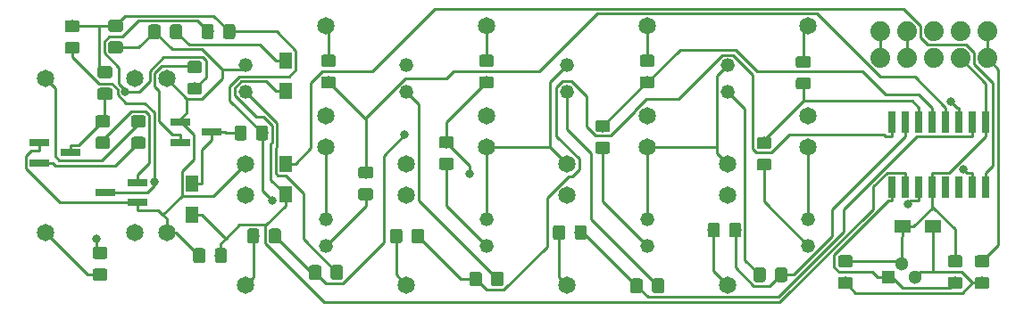
<source format=gbl>
G04 #@! TF.GenerationSoftware,KiCad,Pcbnew,5.1.4-e60b266~84~ubuntu18.04.1*
G04 #@! TF.CreationDate,2019-10-20T18:50:50+01:00*
G04 #@! TF.ProjectId,triggerseq,74726967-6765-4727-9365-712e6b696361,rev?*
G04 #@! TF.SameCoordinates,Original*
G04 #@! TF.FileFunction,Copper,L2,Bot*
G04 #@! TF.FilePolarity,Positive*
%FSLAX46Y46*%
G04 Gerber Fmt 4.6, Leading zero omitted, Abs format (unit mm)*
G04 Created by KiCad (PCBNEW 5.1.4-e60b266~84~ubuntu18.04.1) date 2019-10-20 18:50:50*
%MOMM*%
%LPD*%
G04 APERTURE LIST*
%ADD10R,0.660400X2.032000*%
%ADD11R,1.900000X0.800000*%
%ADD12R,1.300000X1.300000*%
%ADD13C,1.300000*%
%ADD14C,0.100000*%
%ADD15C,1.150000*%
%ADD16R,1.200000X1.500000*%
%ADD17C,1.320800*%
%ADD18C,1.879600*%
%ADD19C,1.650000*%
%ADD20R,1.500000X1.200000*%
%ADD21C,0.800000*%
%ADD22C,0.250000*%
G04 APERTURE END LIST*
D10*
X193167000Y-107975400D03*
X193167000Y-101828600D03*
X191897000Y-107975400D03*
X190627000Y-107975400D03*
X191897000Y-101828600D03*
X190627000Y-101828600D03*
X189357000Y-107975400D03*
X189357000Y-101828600D03*
X188087000Y-107975400D03*
X188087000Y-101828600D03*
X186817000Y-107975400D03*
X185547000Y-107975400D03*
X186817000Y-101828600D03*
X185547000Y-101828600D03*
X184277000Y-107975400D03*
X184277000Y-101828600D03*
D11*
X109675000Y-108500000D03*
X112675000Y-109450000D03*
X112675000Y-107550000D03*
X106375000Y-104750000D03*
X103375000Y-103800000D03*
X103375000Y-105700000D03*
X119725000Y-102800000D03*
X116725000Y-101850000D03*
X116725000Y-103750000D03*
D12*
X183896000Y-116586000D03*
D13*
X186436000Y-116586000D03*
X185166000Y-115316000D03*
D14*
G36*
X109874505Y-103226204D02*
G01*
X109898773Y-103229804D01*
X109922572Y-103235765D01*
X109945671Y-103244030D01*
X109967850Y-103254520D01*
X109988893Y-103267132D01*
X110008599Y-103281747D01*
X110026777Y-103298223D01*
X110043253Y-103316401D01*
X110057868Y-103336107D01*
X110070480Y-103357150D01*
X110080970Y-103379329D01*
X110089235Y-103402428D01*
X110095196Y-103426227D01*
X110098796Y-103450495D01*
X110100000Y-103474999D01*
X110100000Y-104125001D01*
X110098796Y-104149505D01*
X110095196Y-104173773D01*
X110089235Y-104197572D01*
X110080970Y-104220671D01*
X110070480Y-104242850D01*
X110057868Y-104263893D01*
X110043253Y-104283599D01*
X110026777Y-104301777D01*
X110008599Y-104318253D01*
X109988893Y-104332868D01*
X109967850Y-104345480D01*
X109945671Y-104355970D01*
X109922572Y-104364235D01*
X109898773Y-104370196D01*
X109874505Y-104373796D01*
X109850001Y-104375000D01*
X108949999Y-104375000D01*
X108925495Y-104373796D01*
X108901227Y-104370196D01*
X108877428Y-104364235D01*
X108854329Y-104355970D01*
X108832150Y-104345480D01*
X108811107Y-104332868D01*
X108791401Y-104318253D01*
X108773223Y-104301777D01*
X108756747Y-104283599D01*
X108742132Y-104263893D01*
X108729520Y-104242850D01*
X108719030Y-104220671D01*
X108710765Y-104197572D01*
X108704804Y-104173773D01*
X108701204Y-104149505D01*
X108700000Y-104125001D01*
X108700000Y-103474999D01*
X108701204Y-103450495D01*
X108704804Y-103426227D01*
X108710765Y-103402428D01*
X108719030Y-103379329D01*
X108729520Y-103357150D01*
X108742132Y-103336107D01*
X108756747Y-103316401D01*
X108773223Y-103298223D01*
X108791401Y-103281747D01*
X108811107Y-103267132D01*
X108832150Y-103254520D01*
X108854329Y-103244030D01*
X108877428Y-103235765D01*
X108901227Y-103229804D01*
X108925495Y-103226204D01*
X108949999Y-103225000D01*
X109850001Y-103225000D01*
X109874505Y-103226204D01*
X109874505Y-103226204D01*
G37*
D15*
X109400000Y-103800000D03*
D14*
G36*
X109874505Y-101176204D02*
G01*
X109898773Y-101179804D01*
X109922572Y-101185765D01*
X109945671Y-101194030D01*
X109967850Y-101204520D01*
X109988893Y-101217132D01*
X110008599Y-101231747D01*
X110026777Y-101248223D01*
X110043253Y-101266401D01*
X110057868Y-101286107D01*
X110070480Y-101307150D01*
X110080970Y-101329329D01*
X110089235Y-101352428D01*
X110095196Y-101376227D01*
X110098796Y-101400495D01*
X110100000Y-101424999D01*
X110100000Y-102075001D01*
X110098796Y-102099505D01*
X110095196Y-102123773D01*
X110089235Y-102147572D01*
X110080970Y-102170671D01*
X110070480Y-102192850D01*
X110057868Y-102213893D01*
X110043253Y-102233599D01*
X110026777Y-102251777D01*
X110008599Y-102268253D01*
X109988893Y-102282868D01*
X109967850Y-102295480D01*
X109945671Y-102305970D01*
X109922572Y-102314235D01*
X109898773Y-102320196D01*
X109874505Y-102323796D01*
X109850001Y-102325000D01*
X108949999Y-102325000D01*
X108925495Y-102323796D01*
X108901227Y-102320196D01*
X108877428Y-102314235D01*
X108854329Y-102305970D01*
X108832150Y-102295480D01*
X108811107Y-102282868D01*
X108791401Y-102268253D01*
X108773223Y-102251777D01*
X108756747Y-102233599D01*
X108742132Y-102213893D01*
X108729520Y-102192850D01*
X108719030Y-102170671D01*
X108710765Y-102147572D01*
X108704804Y-102123773D01*
X108701204Y-102099505D01*
X108700000Y-102075001D01*
X108700000Y-101424999D01*
X108701204Y-101400495D01*
X108704804Y-101376227D01*
X108710765Y-101352428D01*
X108719030Y-101329329D01*
X108729520Y-101307150D01*
X108742132Y-101286107D01*
X108756747Y-101266401D01*
X108773223Y-101248223D01*
X108791401Y-101231747D01*
X108811107Y-101217132D01*
X108832150Y-101204520D01*
X108854329Y-101194030D01*
X108877428Y-101185765D01*
X108901227Y-101179804D01*
X108925495Y-101176204D01*
X108949999Y-101175000D01*
X109850001Y-101175000D01*
X109874505Y-101176204D01*
X109874505Y-101176204D01*
G37*
D15*
X109400000Y-101750000D03*
D14*
G36*
X118599505Y-96026204D02*
G01*
X118623773Y-96029804D01*
X118647572Y-96035765D01*
X118670671Y-96044030D01*
X118692850Y-96054520D01*
X118713893Y-96067132D01*
X118733599Y-96081747D01*
X118751777Y-96098223D01*
X118768253Y-96116401D01*
X118782868Y-96136107D01*
X118795480Y-96157150D01*
X118805970Y-96179329D01*
X118814235Y-96202428D01*
X118820196Y-96226227D01*
X118823796Y-96250495D01*
X118825000Y-96274999D01*
X118825000Y-96925001D01*
X118823796Y-96949505D01*
X118820196Y-96973773D01*
X118814235Y-96997572D01*
X118805970Y-97020671D01*
X118795480Y-97042850D01*
X118782868Y-97063893D01*
X118768253Y-97083599D01*
X118751777Y-97101777D01*
X118733599Y-97118253D01*
X118713893Y-97132868D01*
X118692850Y-97145480D01*
X118670671Y-97155970D01*
X118647572Y-97164235D01*
X118623773Y-97170196D01*
X118599505Y-97173796D01*
X118575001Y-97175000D01*
X117674999Y-97175000D01*
X117650495Y-97173796D01*
X117626227Y-97170196D01*
X117602428Y-97164235D01*
X117579329Y-97155970D01*
X117557150Y-97145480D01*
X117536107Y-97132868D01*
X117516401Y-97118253D01*
X117498223Y-97101777D01*
X117481747Y-97083599D01*
X117467132Y-97063893D01*
X117454520Y-97042850D01*
X117444030Y-97020671D01*
X117435765Y-96997572D01*
X117429804Y-96973773D01*
X117426204Y-96949505D01*
X117425000Y-96925001D01*
X117425000Y-96274999D01*
X117426204Y-96250495D01*
X117429804Y-96226227D01*
X117435765Y-96202428D01*
X117444030Y-96179329D01*
X117454520Y-96157150D01*
X117467132Y-96136107D01*
X117481747Y-96116401D01*
X117498223Y-96098223D01*
X117516401Y-96081747D01*
X117536107Y-96067132D01*
X117557150Y-96054520D01*
X117579329Y-96044030D01*
X117602428Y-96035765D01*
X117626227Y-96029804D01*
X117650495Y-96026204D01*
X117674999Y-96025000D01*
X118575001Y-96025000D01*
X118599505Y-96026204D01*
X118599505Y-96026204D01*
G37*
D15*
X118125000Y-96600000D03*
D14*
G36*
X118599505Y-98076204D02*
G01*
X118623773Y-98079804D01*
X118647572Y-98085765D01*
X118670671Y-98094030D01*
X118692850Y-98104520D01*
X118713893Y-98117132D01*
X118733599Y-98131747D01*
X118751777Y-98148223D01*
X118768253Y-98166401D01*
X118782868Y-98186107D01*
X118795480Y-98207150D01*
X118805970Y-98229329D01*
X118814235Y-98252428D01*
X118820196Y-98276227D01*
X118823796Y-98300495D01*
X118825000Y-98324999D01*
X118825000Y-98975001D01*
X118823796Y-98999505D01*
X118820196Y-99023773D01*
X118814235Y-99047572D01*
X118805970Y-99070671D01*
X118795480Y-99092850D01*
X118782868Y-99113893D01*
X118768253Y-99133599D01*
X118751777Y-99151777D01*
X118733599Y-99168253D01*
X118713893Y-99182868D01*
X118692850Y-99195480D01*
X118670671Y-99205970D01*
X118647572Y-99214235D01*
X118623773Y-99220196D01*
X118599505Y-99223796D01*
X118575001Y-99225000D01*
X117674999Y-99225000D01*
X117650495Y-99223796D01*
X117626227Y-99220196D01*
X117602428Y-99214235D01*
X117579329Y-99205970D01*
X117557150Y-99195480D01*
X117536107Y-99182868D01*
X117516401Y-99168253D01*
X117498223Y-99151777D01*
X117481747Y-99133599D01*
X117467132Y-99113893D01*
X117454520Y-99092850D01*
X117444030Y-99070671D01*
X117435765Y-99047572D01*
X117429804Y-99023773D01*
X117426204Y-98999505D01*
X117425000Y-98975001D01*
X117425000Y-98324999D01*
X117426204Y-98300495D01*
X117429804Y-98276227D01*
X117435765Y-98252428D01*
X117444030Y-98229329D01*
X117454520Y-98207150D01*
X117467132Y-98186107D01*
X117481747Y-98166401D01*
X117498223Y-98148223D01*
X117516401Y-98131747D01*
X117536107Y-98117132D01*
X117557150Y-98104520D01*
X117579329Y-98094030D01*
X117602428Y-98085765D01*
X117626227Y-98079804D01*
X117650495Y-98076204D01*
X117674999Y-98075000D01*
X118575001Y-98075000D01*
X118599505Y-98076204D01*
X118599505Y-98076204D01*
G37*
D15*
X118125000Y-98650000D03*
D14*
G36*
X126071505Y-111945204D02*
G01*
X126095773Y-111948804D01*
X126119572Y-111954765D01*
X126142671Y-111963030D01*
X126164850Y-111973520D01*
X126185893Y-111986132D01*
X126205599Y-112000747D01*
X126223777Y-112017223D01*
X126240253Y-112035401D01*
X126254868Y-112055107D01*
X126267480Y-112076150D01*
X126277970Y-112098329D01*
X126286235Y-112121428D01*
X126292196Y-112145227D01*
X126295796Y-112169495D01*
X126297000Y-112193999D01*
X126297000Y-113094001D01*
X126295796Y-113118505D01*
X126292196Y-113142773D01*
X126286235Y-113166572D01*
X126277970Y-113189671D01*
X126267480Y-113211850D01*
X126254868Y-113232893D01*
X126240253Y-113252599D01*
X126223777Y-113270777D01*
X126205599Y-113287253D01*
X126185893Y-113301868D01*
X126164850Y-113314480D01*
X126142671Y-113324970D01*
X126119572Y-113333235D01*
X126095773Y-113339196D01*
X126071505Y-113342796D01*
X126047001Y-113344000D01*
X125396999Y-113344000D01*
X125372495Y-113342796D01*
X125348227Y-113339196D01*
X125324428Y-113333235D01*
X125301329Y-113324970D01*
X125279150Y-113314480D01*
X125258107Y-113301868D01*
X125238401Y-113287253D01*
X125220223Y-113270777D01*
X125203747Y-113252599D01*
X125189132Y-113232893D01*
X125176520Y-113211850D01*
X125166030Y-113189671D01*
X125157765Y-113166572D01*
X125151804Y-113142773D01*
X125148204Y-113118505D01*
X125147000Y-113094001D01*
X125147000Y-112193999D01*
X125148204Y-112169495D01*
X125151804Y-112145227D01*
X125157765Y-112121428D01*
X125166030Y-112098329D01*
X125176520Y-112076150D01*
X125189132Y-112055107D01*
X125203747Y-112035401D01*
X125220223Y-112017223D01*
X125238401Y-112000747D01*
X125258107Y-111986132D01*
X125279150Y-111973520D01*
X125301329Y-111963030D01*
X125324428Y-111954765D01*
X125348227Y-111948804D01*
X125372495Y-111945204D01*
X125396999Y-111944000D01*
X126047001Y-111944000D01*
X126071505Y-111945204D01*
X126071505Y-111945204D01*
G37*
D15*
X125722000Y-112644000D03*
D14*
G36*
X124021505Y-111945204D02*
G01*
X124045773Y-111948804D01*
X124069572Y-111954765D01*
X124092671Y-111963030D01*
X124114850Y-111973520D01*
X124135893Y-111986132D01*
X124155599Y-112000747D01*
X124173777Y-112017223D01*
X124190253Y-112035401D01*
X124204868Y-112055107D01*
X124217480Y-112076150D01*
X124227970Y-112098329D01*
X124236235Y-112121428D01*
X124242196Y-112145227D01*
X124245796Y-112169495D01*
X124247000Y-112193999D01*
X124247000Y-113094001D01*
X124245796Y-113118505D01*
X124242196Y-113142773D01*
X124236235Y-113166572D01*
X124227970Y-113189671D01*
X124217480Y-113211850D01*
X124204868Y-113232893D01*
X124190253Y-113252599D01*
X124173777Y-113270777D01*
X124155599Y-113287253D01*
X124135893Y-113301868D01*
X124114850Y-113314480D01*
X124092671Y-113324970D01*
X124069572Y-113333235D01*
X124045773Y-113339196D01*
X124021505Y-113342796D01*
X123997001Y-113344000D01*
X123346999Y-113344000D01*
X123322495Y-113342796D01*
X123298227Y-113339196D01*
X123274428Y-113333235D01*
X123251329Y-113324970D01*
X123229150Y-113314480D01*
X123208107Y-113301868D01*
X123188401Y-113287253D01*
X123170223Y-113270777D01*
X123153747Y-113252599D01*
X123139132Y-113232893D01*
X123126520Y-113211850D01*
X123116030Y-113189671D01*
X123107765Y-113166572D01*
X123101804Y-113142773D01*
X123098204Y-113118505D01*
X123097000Y-113094001D01*
X123097000Y-112193999D01*
X123098204Y-112169495D01*
X123101804Y-112145227D01*
X123107765Y-112121428D01*
X123116030Y-112098329D01*
X123126520Y-112076150D01*
X123139132Y-112055107D01*
X123153747Y-112035401D01*
X123170223Y-112017223D01*
X123188401Y-112000747D01*
X123208107Y-111986132D01*
X123229150Y-111973520D01*
X123251329Y-111963030D01*
X123274428Y-111954765D01*
X123298227Y-111948804D01*
X123322495Y-111945204D01*
X123346999Y-111944000D01*
X123997001Y-111944000D01*
X124021505Y-111945204D01*
X124021505Y-111945204D01*
G37*
D15*
X123672000Y-112644000D03*
D14*
G36*
X131284505Y-97479204D02*
G01*
X131308773Y-97482804D01*
X131332572Y-97488765D01*
X131355671Y-97497030D01*
X131377850Y-97507520D01*
X131398893Y-97520132D01*
X131418599Y-97534747D01*
X131436777Y-97551223D01*
X131453253Y-97569401D01*
X131467868Y-97589107D01*
X131480480Y-97610150D01*
X131490970Y-97632329D01*
X131499235Y-97655428D01*
X131505196Y-97679227D01*
X131508796Y-97703495D01*
X131510000Y-97727999D01*
X131510000Y-98378001D01*
X131508796Y-98402505D01*
X131505196Y-98426773D01*
X131499235Y-98450572D01*
X131490970Y-98473671D01*
X131480480Y-98495850D01*
X131467868Y-98516893D01*
X131453253Y-98536599D01*
X131436777Y-98554777D01*
X131418599Y-98571253D01*
X131398893Y-98585868D01*
X131377850Y-98598480D01*
X131355671Y-98608970D01*
X131332572Y-98617235D01*
X131308773Y-98623196D01*
X131284505Y-98626796D01*
X131260001Y-98628000D01*
X130359999Y-98628000D01*
X130335495Y-98626796D01*
X130311227Y-98623196D01*
X130287428Y-98617235D01*
X130264329Y-98608970D01*
X130242150Y-98598480D01*
X130221107Y-98585868D01*
X130201401Y-98571253D01*
X130183223Y-98554777D01*
X130166747Y-98536599D01*
X130152132Y-98516893D01*
X130139520Y-98495850D01*
X130129030Y-98473671D01*
X130120765Y-98450572D01*
X130114804Y-98426773D01*
X130111204Y-98402505D01*
X130110000Y-98378001D01*
X130110000Y-97727999D01*
X130111204Y-97703495D01*
X130114804Y-97679227D01*
X130120765Y-97655428D01*
X130129030Y-97632329D01*
X130139520Y-97610150D01*
X130152132Y-97589107D01*
X130166747Y-97569401D01*
X130183223Y-97551223D01*
X130201401Y-97534747D01*
X130221107Y-97520132D01*
X130242150Y-97507520D01*
X130264329Y-97497030D01*
X130287428Y-97488765D01*
X130311227Y-97482804D01*
X130335495Y-97479204D01*
X130359999Y-97478000D01*
X131260001Y-97478000D01*
X131284505Y-97479204D01*
X131284505Y-97479204D01*
G37*
D15*
X130810000Y-98053000D03*
D14*
G36*
X131284505Y-95429204D02*
G01*
X131308773Y-95432804D01*
X131332572Y-95438765D01*
X131355671Y-95447030D01*
X131377850Y-95457520D01*
X131398893Y-95470132D01*
X131418599Y-95484747D01*
X131436777Y-95501223D01*
X131453253Y-95519401D01*
X131467868Y-95539107D01*
X131480480Y-95560150D01*
X131490970Y-95582329D01*
X131499235Y-95605428D01*
X131505196Y-95629227D01*
X131508796Y-95653495D01*
X131510000Y-95677999D01*
X131510000Y-96328001D01*
X131508796Y-96352505D01*
X131505196Y-96376773D01*
X131499235Y-96400572D01*
X131490970Y-96423671D01*
X131480480Y-96445850D01*
X131467868Y-96466893D01*
X131453253Y-96486599D01*
X131436777Y-96504777D01*
X131418599Y-96521253D01*
X131398893Y-96535868D01*
X131377850Y-96548480D01*
X131355671Y-96558970D01*
X131332572Y-96567235D01*
X131308773Y-96573196D01*
X131284505Y-96576796D01*
X131260001Y-96578000D01*
X130359999Y-96578000D01*
X130335495Y-96576796D01*
X130311227Y-96573196D01*
X130287428Y-96567235D01*
X130264329Y-96558970D01*
X130242150Y-96548480D01*
X130221107Y-96535868D01*
X130201401Y-96521253D01*
X130183223Y-96504777D01*
X130166747Y-96486599D01*
X130152132Y-96466893D01*
X130139520Y-96445850D01*
X130129030Y-96423671D01*
X130120765Y-96400572D01*
X130114804Y-96376773D01*
X130111204Y-96352505D01*
X130110000Y-96328001D01*
X130110000Y-95677999D01*
X130111204Y-95653495D01*
X130114804Y-95629227D01*
X130120765Y-95605428D01*
X130129030Y-95582329D01*
X130139520Y-95560150D01*
X130152132Y-95539107D01*
X130166747Y-95519401D01*
X130183223Y-95501223D01*
X130201401Y-95484747D01*
X130221107Y-95470132D01*
X130242150Y-95457520D01*
X130264329Y-95447030D01*
X130287428Y-95438765D01*
X130311227Y-95432804D01*
X130335495Y-95429204D01*
X130359999Y-95428000D01*
X131260001Y-95428000D01*
X131284505Y-95429204D01*
X131284505Y-95429204D01*
G37*
D15*
X130810000Y-96003000D03*
D14*
G36*
X139631505Y-111958204D02*
G01*
X139655773Y-111961804D01*
X139679572Y-111967765D01*
X139702671Y-111976030D01*
X139724850Y-111986520D01*
X139745893Y-111999132D01*
X139765599Y-112013747D01*
X139783777Y-112030223D01*
X139800253Y-112048401D01*
X139814868Y-112068107D01*
X139827480Y-112089150D01*
X139837970Y-112111329D01*
X139846235Y-112134428D01*
X139852196Y-112158227D01*
X139855796Y-112182495D01*
X139857000Y-112206999D01*
X139857000Y-113107001D01*
X139855796Y-113131505D01*
X139852196Y-113155773D01*
X139846235Y-113179572D01*
X139837970Y-113202671D01*
X139827480Y-113224850D01*
X139814868Y-113245893D01*
X139800253Y-113265599D01*
X139783777Y-113283777D01*
X139765599Y-113300253D01*
X139745893Y-113314868D01*
X139724850Y-113327480D01*
X139702671Y-113337970D01*
X139679572Y-113346235D01*
X139655773Y-113352196D01*
X139631505Y-113355796D01*
X139607001Y-113357000D01*
X138956999Y-113357000D01*
X138932495Y-113355796D01*
X138908227Y-113352196D01*
X138884428Y-113346235D01*
X138861329Y-113337970D01*
X138839150Y-113327480D01*
X138818107Y-113314868D01*
X138798401Y-113300253D01*
X138780223Y-113283777D01*
X138763747Y-113265599D01*
X138749132Y-113245893D01*
X138736520Y-113224850D01*
X138726030Y-113202671D01*
X138717765Y-113179572D01*
X138711804Y-113155773D01*
X138708204Y-113131505D01*
X138707000Y-113107001D01*
X138707000Y-112206999D01*
X138708204Y-112182495D01*
X138711804Y-112158227D01*
X138717765Y-112134428D01*
X138726030Y-112111329D01*
X138736520Y-112089150D01*
X138749132Y-112068107D01*
X138763747Y-112048401D01*
X138780223Y-112030223D01*
X138798401Y-112013747D01*
X138818107Y-111999132D01*
X138839150Y-111986520D01*
X138861329Y-111976030D01*
X138884428Y-111967765D01*
X138908227Y-111961804D01*
X138932495Y-111958204D01*
X138956999Y-111957000D01*
X139607001Y-111957000D01*
X139631505Y-111958204D01*
X139631505Y-111958204D01*
G37*
D15*
X139282000Y-112657000D03*
D14*
G36*
X137581505Y-111958204D02*
G01*
X137605773Y-111961804D01*
X137629572Y-111967765D01*
X137652671Y-111976030D01*
X137674850Y-111986520D01*
X137695893Y-111999132D01*
X137715599Y-112013747D01*
X137733777Y-112030223D01*
X137750253Y-112048401D01*
X137764868Y-112068107D01*
X137777480Y-112089150D01*
X137787970Y-112111329D01*
X137796235Y-112134428D01*
X137802196Y-112158227D01*
X137805796Y-112182495D01*
X137807000Y-112206999D01*
X137807000Y-113107001D01*
X137805796Y-113131505D01*
X137802196Y-113155773D01*
X137796235Y-113179572D01*
X137787970Y-113202671D01*
X137777480Y-113224850D01*
X137764868Y-113245893D01*
X137750253Y-113265599D01*
X137733777Y-113283777D01*
X137715599Y-113300253D01*
X137695893Y-113314868D01*
X137674850Y-113327480D01*
X137652671Y-113337970D01*
X137629572Y-113346235D01*
X137605773Y-113352196D01*
X137581505Y-113355796D01*
X137557001Y-113357000D01*
X136906999Y-113357000D01*
X136882495Y-113355796D01*
X136858227Y-113352196D01*
X136834428Y-113346235D01*
X136811329Y-113337970D01*
X136789150Y-113327480D01*
X136768107Y-113314868D01*
X136748401Y-113300253D01*
X136730223Y-113283777D01*
X136713747Y-113265599D01*
X136699132Y-113245893D01*
X136686520Y-113224850D01*
X136676030Y-113202671D01*
X136667765Y-113179572D01*
X136661804Y-113155773D01*
X136658204Y-113131505D01*
X136657000Y-113107001D01*
X136657000Y-112206999D01*
X136658204Y-112182495D01*
X136661804Y-112158227D01*
X136667765Y-112134428D01*
X136676030Y-112111329D01*
X136686520Y-112089150D01*
X136699132Y-112068107D01*
X136713747Y-112048401D01*
X136730223Y-112030223D01*
X136748401Y-112013747D01*
X136768107Y-111999132D01*
X136789150Y-111986520D01*
X136811329Y-111976030D01*
X136834428Y-111967765D01*
X136858227Y-111961804D01*
X136882495Y-111958204D01*
X136906999Y-111957000D01*
X137557001Y-111957000D01*
X137581505Y-111958204D01*
X137581505Y-111958204D01*
G37*
D15*
X137232000Y-112657000D03*
D14*
G36*
X146270505Y-97479204D02*
G01*
X146294773Y-97482804D01*
X146318572Y-97488765D01*
X146341671Y-97497030D01*
X146363850Y-97507520D01*
X146384893Y-97520132D01*
X146404599Y-97534747D01*
X146422777Y-97551223D01*
X146439253Y-97569401D01*
X146453868Y-97589107D01*
X146466480Y-97610150D01*
X146476970Y-97632329D01*
X146485235Y-97655428D01*
X146491196Y-97679227D01*
X146494796Y-97703495D01*
X146496000Y-97727999D01*
X146496000Y-98378001D01*
X146494796Y-98402505D01*
X146491196Y-98426773D01*
X146485235Y-98450572D01*
X146476970Y-98473671D01*
X146466480Y-98495850D01*
X146453868Y-98516893D01*
X146439253Y-98536599D01*
X146422777Y-98554777D01*
X146404599Y-98571253D01*
X146384893Y-98585868D01*
X146363850Y-98598480D01*
X146341671Y-98608970D01*
X146318572Y-98617235D01*
X146294773Y-98623196D01*
X146270505Y-98626796D01*
X146246001Y-98628000D01*
X145345999Y-98628000D01*
X145321495Y-98626796D01*
X145297227Y-98623196D01*
X145273428Y-98617235D01*
X145250329Y-98608970D01*
X145228150Y-98598480D01*
X145207107Y-98585868D01*
X145187401Y-98571253D01*
X145169223Y-98554777D01*
X145152747Y-98536599D01*
X145138132Y-98516893D01*
X145125520Y-98495850D01*
X145115030Y-98473671D01*
X145106765Y-98450572D01*
X145100804Y-98426773D01*
X145097204Y-98402505D01*
X145096000Y-98378001D01*
X145096000Y-97727999D01*
X145097204Y-97703495D01*
X145100804Y-97679227D01*
X145106765Y-97655428D01*
X145115030Y-97632329D01*
X145125520Y-97610150D01*
X145138132Y-97589107D01*
X145152747Y-97569401D01*
X145169223Y-97551223D01*
X145187401Y-97534747D01*
X145207107Y-97520132D01*
X145228150Y-97507520D01*
X145250329Y-97497030D01*
X145273428Y-97488765D01*
X145297227Y-97482804D01*
X145321495Y-97479204D01*
X145345999Y-97478000D01*
X146246001Y-97478000D01*
X146270505Y-97479204D01*
X146270505Y-97479204D01*
G37*
D15*
X145796000Y-98053000D03*
D14*
G36*
X146270505Y-95429204D02*
G01*
X146294773Y-95432804D01*
X146318572Y-95438765D01*
X146341671Y-95447030D01*
X146363850Y-95457520D01*
X146384893Y-95470132D01*
X146404599Y-95484747D01*
X146422777Y-95501223D01*
X146439253Y-95519401D01*
X146453868Y-95539107D01*
X146466480Y-95560150D01*
X146476970Y-95582329D01*
X146485235Y-95605428D01*
X146491196Y-95629227D01*
X146494796Y-95653495D01*
X146496000Y-95677999D01*
X146496000Y-96328001D01*
X146494796Y-96352505D01*
X146491196Y-96376773D01*
X146485235Y-96400572D01*
X146476970Y-96423671D01*
X146466480Y-96445850D01*
X146453868Y-96466893D01*
X146439253Y-96486599D01*
X146422777Y-96504777D01*
X146404599Y-96521253D01*
X146384893Y-96535868D01*
X146363850Y-96548480D01*
X146341671Y-96558970D01*
X146318572Y-96567235D01*
X146294773Y-96573196D01*
X146270505Y-96576796D01*
X146246001Y-96578000D01*
X145345999Y-96578000D01*
X145321495Y-96576796D01*
X145297227Y-96573196D01*
X145273428Y-96567235D01*
X145250329Y-96558970D01*
X145228150Y-96548480D01*
X145207107Y-96535868D01*
X145187401Y-96521253D01*
X145169223Y-96504777D01*
X145152747Y-96486599D01*
X145138132Y-96466893D01*
X145125520Y-96445850D01*
X145115030Y-96423671D01*
X145106765Y-96400572D01*
X145100804Y-96376773D01*
X145097204Y-96352505D01*
X145096000Y-96328001D01*
X145096000Y-95677999D01*
X145097204Y-95653495D01*
X145100804Y-95629227D01*
X145106765Y-95605428D01*
X145115030Y-95582329D01*
X145125520Y-95560150D01*
X145138132Y-95539107D01*
X145152747Y-95519401D01*
X145169223Y-95501223D01*
X145187401Y-95484747D01*
X145207107Y-95470132D01*
X145228150Y-95457520D01*
X145250329Y-95447030D01*
X145273428Y-95438765D01*
X145297227Y-95432804D01*
X145321495Y-95429204D01*
X145345999Y-95428000D01*
X146246001Y-95428000D01*
X146270505Y-95429204D01*
X146270505Y-95429204D01*
G37*
D15*
X145796000Y-96003000D03*
D14*
G36*
X155078505Y-111615204D02*
G01*
X155102773Y-111618804D01*
X155126572Y-111624765D01*
X155149671Y-111633030D01*
X155171850Y-111643520D01*
X155192893Y-111656132D01*
X155212599Y-111670747D01*
X155230777Y-111687223D01*
X155247253Y-111705401D01*
X155261868Y-111725107D01*
X155274480Y-111746150D01*
X155284970Y-111768329D01*
X155293235Y-111791428D01*
X155299196Y-111815227D01*
X155302796Y-111839495D01*
X155304000Y-111863999D01*
X155304000Y-112764001D01*
X155302796Y-112788505D01*
X155299196Y-112812773D01*
X155293235Y-112836572D01*
X155284970Y-112859671D01*
X155274480Y-112881850D01*
X155261868Y-112902893D01*
X155247253Y-112922599D01*
X155230777Y-112940777D01*
X155212599Y-112957253D01*
X155192893Y-112971868D01*
X155171850Y-112984480D01*
X155149671Y-112994970D01*
X155126572Y-113003235D01*
X155102773Y-113009196D01*
X155078505Y-113012796D01*
X155054001Y-113014000D01*
X154403999Y-113014000D01*
X154379495Y-113012796D01*
X154355227Y-113009196D01*
X154331428Y-113003235D01*
X154308329Y-112994970D01*
X154286150Y-112984480D01*
X154265107Y-112971868D01*
X154245401Y-112957253D01*
X154227223Y-112940777D01*
X154210747Y-112922599D01*
X154196132Y-112902893D01*
X154183520Y-112881850D01*
X154173030Y-112859671D01*
X154164765Y-112836572D01*
X154158804Y-112812773D01*
X154155204Y-112788505D01*
X154154000Y-112764001D01*
X154154000Y-111863999D01*
X154155204Y-111839495D01*
X154158804Y-111815227D01*
X154164765Y-111791428D01*
X154173030Y-111768329D01*
X154183520Y-111746150D01*
X154196132Y-111725107D01*
X154210747Y-111705401D01*
X154227223Y-111687223D01*
X154245401Y-111670747D01*
X154265107Y-111656132D01*
X154286150Y-111643520D01*
X154308329Y-111633030D01*
X154331428Y-111624765D01*
X154355227Y-111618804D01*
X154379495Y-111615204D01*
X154403999Y-111614000D01*
X155054001Y-111614000D01*
X155078505Y-111615204D01*
X155078505Y-111615204D01*
G37*
D15*
X154729000Y-112314000D03*
D14*
G36*
X153028505Y-111615204D02*
G01*
X153052773Y-111618804D01*
X153076572Y-111624765D01*
X153099671Y-111633030D01*
X153121850Y-111643520D01*
X153142893Y-111656132D01*
X153162599Y-111670747D01*
X153180777Y-111687223D01*
X153197253Y-111705401D01*
X153211868Y-111725107D01*
X153224480Y-111746150D01*
X153234970Y-111768329D01*
X153243235Y-111791428D01*
X153249196Y-111815227D01*
X153252796Y-111839495D01*
X153254000Y-111863999D01*
X153254000Y-112764001D01*
X153252796Y-112788505D01*
X153249196Y-112812773D01*
X153243235Y-112836572D01*
X153234970Y-112859671D01*
X153224480Y-112881850D01*
X153211868Y-112902893D01*
X153197253Y-112922599D01*
X153180777Y-112940777D01*
X153162599Y-112957253D01*
X153142893Y-112971868D01*
X153121850Y-112984480D01*
X153099671Y-112994970D01*
X153076572Y-113003235D01*
X153052773Y-113009196D01*
X153028505Y-113012796D01*
X153004001Y-113014000D01*
X152353999Y-113014000D01*
X152329495Y-113012796D01*
X152305227Y-113009196D01*
X152281428Y-113003235D01*
X152258329Y-112994970D01*
X152236150Y-112984480D01*
X152215107Y-112971868D01*
X152195401Y-112957253D01*
X152177223Y-112940777D01*
X152160747Y-112922599D01*
X152146132Y-112902893D01*
X152133520Y-112881850D01*
X152123030Y-112859671D01*
X152114765Y-112836572D01*
X152108804Y-112812773D01*
X152105204Y-112788505D01*
X152104000Y-112764001D01*
X152104000Y-111863999D01*
X152105204Y-111839495D01*
X152108804Y-111815227D01*
X152114765Y-111791428D01*
X152123030Y-111768329D01*
X152133520Y-111746150D01*
X152146132Y-111725107D01*
X152160747Y-111705401D01*
X152177223Y-111687223D01*
X152195401Y-111670747D01*
X152215107Y-111656132D01*
X152236150Y-111643520D01*
X152258329Y-111633030D01*
X152281428Y-111624765D01*
X152305227Y-111618804D01*
X152329495Y-111615204D01*
X152353999Y-111614000D01*
X153004001Y-111614000D01*
X153028505Y-111615204D01*
X153028505Y-111615204D01*
G37*
D15*
X152679000Y-112314000D03*
D14*
G36*
X161510505Y-97479204D02*
G01*
X161534773Y-97482804D01*
X161558572Y-97488765D01*
X161581671Y-97497030D01*
X161603850Y-97507520D01*
X161624893Y-97520132D01*
X161644599Y-97534747D01*
X161662777Y-97551223D01*
X161679253Y-97569401D01*
X161693868Y-97589107D01*
X161706480Y-97610150D01*
X161716970Y-97632329D01*
X161725235Y-97655428D01*
X161731196Y-97679227D01*
X161734796Y-97703495D01*
X161736000Y-97727999D01*
X161736000Y-98378001D01*
X161734796Y-98402505D01*
X161731196Y-98426773D01*
X161725235Y-98450572D01*
X161716970Y-98473671D01*
X161706480Y-98495850D01*
X161693868Y-98516893D01*
X161679253Y-98536599D01*
X161662777Y-98554777D01*
X161644599Y-98571253D01*
X161624893Y-98585868D01*
X161603850Y-98598480D01*
X161581671Y-98608970D01*
X161558572Y-98617235D01*
X161534773Y-98623196D01*
X161510505Y-98626796D01*
X161486001Y-98628000D01*
X160585999Y-98628000D01*
X160561495Y-98626796D01*
X160537227Y-98623196D01*
X160513428Y-98617235D01*
X160490329Y-98608970D01*
X160468150Y-98598480D01*
X160447107Y-98585868D01*
X160427401Y-98571253D01*
X160409223Y-98554777D01*
X160392747Y-98536599D01*
X160378132Y-98516893D01*
X160365520Y-98495850D01*
X160355030Y-98473671D01*
X160346765Y-98450572D01*
X160340804Y-98426773D01*
X160337204Y-98402505D01*
X160336000Y-98378001D01*
X160336000Y-97727999D01*
X160337204Y-97703495D01*
X160340804Y-97679227D01*
X160346765Y-97655428D01*
X160355030Y-97632329D01*
X160365520Y-97610150D01*
X160378132Y-97589107D01*
X160392747Y-97569401D01*
X160409223Y-97551223D01*
X160427401Y-97534747D01*
X160447107Y-97520132D01*
X160468150Y-97507520D01*
X160490329Y-97497030D01*
X160513428Y-97488765D01*
X160537227Y-97482804D01*
X160561495Y-97479204D01*
X160585999Y-97478000D01*
X161486001Y-97478000D01*
X161510505Y-97479204D01*
X161510505Y-97479204D01*
G37*
D15*
X161036000Y-98053000D03*
D14*
G36*
X161510505Y-95429204D02*
G01*
X161534773Y-95432804D01*
X161558572Y-95438765D01*
X161581671Y-95447030D01*
X161603850Y-95457520D01*
X161624893Y-95470132D01*
X161644599Y-95484747D01*
X161662777Y-95501223D01*
X161679253Y-95519401D01*
X161693868Y-95539107D01*
X161706480Y-95560150D01*
X161716970Y-95582329D01*
X161725235Y-95605428D01*
X161731196Y-95629227D01*
X161734796Y-95653495D01*
X161736000Y-95677999D01*
X161736000Y-96328001D01*
X161734796Y-96352505D01*
X161731196Y-96376773D01*
X161725235Y-96400572D01*
X161716970Y-96423671D01*
X161706480Y-96445850D01*
X161693868Y-96466893D01*
X161679253Y-96486599D01*
X161662777Y-96504777D01*
X161644599Y-96521253D01*
X161624893Y-96535868D01*
X161603850Y-96548480D01*
X161581671Y-96558970D01*
X161558572Y-96567235D01*
X161534773Y-96573196D01*
X161510505Y-96576796D01*
X161486001Y-96578000D01*
X160585999Y-96578000D01*
X160561495Y-96576796D01*
X160537227Y-96573196D01*
X160513428Y-96567235D01*
X160490329Y-96558970D01*
X160468150Y-96548480D01*
X160447107Y-96535868D01*
X160427401Y-96521253D01*
X160409223Y-96504777D01*
X160392747Y-96486599D01*
X160378132Y-96466893D01*
X160365520Y-96445850D01*
X160355030Y-96423671D01*
X160346765Y-96400572D01*
X160340804Y-96376773D01*
X160337204Y-96352505D01*
X160336000Y-96328001D01*
X160336000Y-95677999D01*
X160337204Y-95653495D01*
X160340804Y-95629227D01*
X160346765Y-95605428D01*
X160355030Y-95582329D01*
X160365520Y-95560150D01*
X160378132Y-95539107D01*
X160392747Y-95519401D01*
X160409223Y-95501223D01*
X160427401Y-95484747D01*
X160447107Y-95470132D01*
X160468150Y-95457520D01*
X160490329Y-95447030D01*
X160513428Y-95438765D01*
X160537227Y-95432804D01*
X160561495Y-95429204D01*
X160585999Y-95428000D01*
X161486001Y-95428000D01*
X161510505Y-95429204D01*
X161510505Y-95429204D01*
G37*
D15*
X161036000Y-96003000D03*
D14*
G36*
X169742505Y-111386204D02*
G01*
X169766773Y-111389804D01*
X169790572Y-111395765D01*
X169813671Y-111404030D01*
X169835850Y-111414520D01*
X169856893Y-111427132D01*
X169876599Y-111441747D01*
X169894777Y-111458223D01*
X169911253Y-111476401D01*
X169925868Y-111496107D01*
X169938480Y-111517150D01*
X169948970Y-111539329D01*
X169957235Y-111562428D01*
X169963196Y-111586227D01*
X169966796Y-111610495D01*
X169968000Y-111634999D01*
X169968000Y-112535001D01*
X169966796Y-112559505D01*
X169963196Y-112583773D01*
X169957235Y-112607572D01*
X169948970Y-112630671D01*
X169938480Y-112652850D01*
X169925868Y-112673893D01*
X169911253Y-112693599D01*
X169894777Y-112711777D01*
X169876599Y-112728253D01*
X169856893Y-112742868D01*
X169835850Y-112755480D01*
X169813671Y-112765970D01*
X169790572Y-112774235D01*
X169766773Y-112780196D01*
X169742505Y-112783796D01*
X169718001Y-112785000D01*
X169067999Y-112785000D01*
X169043495Y-112783796D01*
X169019227Y-112780196D01*
X168995428Y-112774235D01*
X168972329Y-112765970D01*
X168950150Y-112755480D01*
X168929107Y-112742868D01*
X168909401Y-112728253D01*
X168891223Y-112711777D01*
X168874747Y-112693599D01*
X168860132Y-112673893D01*
X168847520Y-112652850D01*
X168837030Y-112630671D01*
X168828765Y-112607572D01*
X168822804Y-112583773D01*
X168819204Y-112559505D01*
X168818000Y-112535001D01*
X168818000Y-111634999D01*
X168819204Y-111610495D01*
X168822804Y-111586227D01*
X168828765Y-111562428D01*
X168837030Y-111539329D01*
X168847520Y-111517150D01*
X168860132Y-111496107D01*
X168874747Y-111476401D01*
X168891223Y-111458223D01*
X168909401Y-111441747D01*
X168929107Y-111427132D01*
X168950150Y-111414520D01*
X168972329Y-111404030D01*
X168995428Y-111395765D01*
X169019227Y-111389804D01*
X169043495Y-111386204D01*
X169067999Y-111385000D01*
X169718001Y-111385000D01*
X169742505Y-111386204D01*
X169742505Y-111386204D01*
G37*
D15*
X169393000Y-112085000D03*
D14*
G36*
X167692505Y-111386204D02*
G01*
X167716773Y-111389804D01*
X167740572Y-111395765D01*
X167763671Y-111404030D01*
X167785850Y-111414520D01*
X167806893Y-111427132D01*
X167826599Y-111441747D01*
X167844777Y-111458223D01*
X167861253Y-111476401D01*
X167875868Y-111496107D01*
X167888480Y-111517150D01*
X167898970Y-111539329D01*
X167907235Y-111562428D01*
X167913196Y-111586227D01*
X167916796Y-111610495D01*
X167918000Y-111634999D01*
X167918000Y-112535001D01*
X167916796Y-112559505D01*
X167913196Y-112583773D01*
X167907235Y-112607572D01*
X167898970Y-112630671D01*
X167888480Y-112652850D01*
X167875868Y-112673893D01*
X167861253Y-112693599D01*
X167844777Y-112711777D01*
X167826599Y-112728253D01*
X167806893Y-112742868D01*
X167785850Y-112755480D01*
X167763671Y-112765970D01*
X167740572Y-112774235D01*
X167716773Y-112780196D01*
X167692505Y-112783796D01*
X167668001Y-112785000D01*
X167017999Y-112785000D01*
X166993495Y-112783796D01*
X166969227Y-112780196D01*
X166945428Y-112774235D01*
X166922329Y-112765970D01*
X166900150Y-112755480D01*
X166879107Y-112742868D01*
X166859401Y-112728253D01*
X166841223Y-112711777D01*
X166824747Y-112693599D01*
X166810132Y-112673893D01*
X166797520Y-112652850D01*
X166787030Y-112630671D01*
X166778765Y-112607572D01*
X166772804Y-112583773D01*
X166769204Y-112559505D01*
X166768000Y-112535001D01*
X166768000Y-111634999D01*
X166769204Y-111610495D01*
X166772804Y-111586227D01*
X166778765Y-111562428D01*
X166787030Y-111539329D01*
X166797520Y-111517150D01*
X166810132Y-111496107D01*
X166824747Y-111476401D01*
X166841223Y-111458223D01*
X166859401Y-111441747D01*
X166879107Y-111427132D01*
X166900150Y-111414520D01*
X166922329Y-111404030D01*
X166945428Y-111395765D01*
X166969227Y-111389804D01*
X166993495Y-111386204D01*
X167017999Y-111385000D01*
X167668001Y-111385000D01*
X167692505Y-111386204D01*
X167692505Y-111386204D01*
G37*
D15*
X167343000Y-112085000D03*
D14*
G36*
X110084505Y-98570504D02*
G01*
X110108773Y-98574104D01*
X110132572Y-98580065D01*
X110155671Y-98588330D01*
X110177850Y-98598820D01*
X110198893Y-98611432D01*
X110218599Y-98626047D01*
X110236777Y-98642523D01*
X110253253Y-98660701D01*
X110267868Y-98680407D01*
X110280480Y-98701450D01*
X110290970Y-98723629D01*
X110299235Y-98746728D01*
X110305196Y-98770527D01*
X110308796Y-98794795D01*
X110310000Y-98819299D01*
X110310000Y-99469301D01*
X110308796Y-99493805D01*
X110305196Y-99518073D01*
X110299235Y-99541872D01*
X110290970Y-99564971D01*
X110280480Y-99587150D01*
X110267868Y-99608193D01*
X110253253Y-99627899D01*
X110236777Y-99646077D01*
X110218599Y-99662553D01*
X110198893Y-99677168D01*
X110177850Y-99689780D01*
X110155671Y-99700270D01*
X110132572Y-99708535D01*
X110108773Y-99714496D01*
X110084505Y-99718096D01*
X110060001Y-99719300D01*
X109159999Y-99719300D01*
X109135495Y-99718096D01*
X109111227Y-99714496D01*
X109087428Y-99708535D01*
X109064329Y-99700270D01*
X109042150Y-99689780D01*
X109021107Y-99677168D01*
X109001401Y-99662553D01*
X108983223Y-99646077D01*
X108966747Y-99627899D01*
X108952132Y-99608193D01*
X108939520Y-99587150D01*
X108929030Y-99564971D01*
X108920765Y-99541872D01*
X108914804Y-99518073D01*
X108911204Y-99493805D01*
X108910000Y-99469301D01*
X108910000Y-98819299D01*
X108911204Y-98794795D01*
X108914804Y-98770527D01*
X108920765Y-98746728D01*
X108929030Y-98723629D01*
X108939520Y-98701450D01*
X108952132Y-98680407D01*
X108966747Y-98660701D01*
X108983223Y-98642523D01*
X109001401Y-98626047D01*
X109021107Y-98611432D01*
X109042150Y-98598820D01*
X109064329Y-98588330D01*
X109087428Y-98580065D01*
X109111227Y-98574104D01*
X109135495Y-98570504D01*
X109159999Y-98569300D01*
X110060001Y-98569300D01*
X110084505Y-98570504D01*
X110084505Y-98570504D01*
G37*
D15*
X109610000Y-99144300D03*
D14*
G36*
X110084505Y-96520504D02*
G01*
X110108773Y-96524104D01*
X110132572Y-96530065D01*
X110155671Y-96538330D01*
X110177850Y-96548820D01*
X110198893Y-96561432D01*
X110218599Y-96576047D01*
X110236777Y-96592523D01*
X110253253Y-96610701D01*
X110267868Y-96630407D01*
X110280480Y-96651450D01*
X110290970Y-96673629D01*
X110299235Y-96696728D01*
X110305196Y-96720527D01*
X110308796Y-96744795D01*
X110310000Y-96769299D01*
X110310000Y-97419301D01*
X110308796Y-97443805D01*
X110305196Y-97468073D01*
X110299235Y-97491872D01*
X110290970Y-97514971D01*
X110280480Y-97537150D01*
X110267868Y-97558193D01*
X110253253Y-97577899D01*
X110236777Y-97596077D01*
X110218599Y-97612553D01*
X110198893Y-97627168D01*
X110177850Y-97639780D01*
X110155671Y-97650270D01*
X110132572Y-97658535D01*
X110108773Y-97664496D01*
X110084505Y-97668096D01*
X110060001Y-97669300D01*
X109159999Y-97669300D01*
X109135495Y-97668096D01*
X109111227Y-97664496D01*
X109087428Y-97658535D01*
X109064329Y-97650270D01*
X109042150Y-97639780D01*
X109021107Y-97627168D01*
X109001401Y-97612553D01*
X108983223Y-97596077D01*
X108966747Y-97577899D01*
X108952132Y-97558193D01*
X108939520Y-97537150D01*
X108929030Y-97514971D01*
X108920765Y-97491872D01*
X108914804Y-97468073D01*
X108911204Y-97443805D01*
X108910000Y-97419301D01*
X108910000Y-96769299D01*
X108911204Y-96744795D01*
X108914804Y-96720527D01*
X108920765Y-96696728D01*
X108929030Y-96673629D01*
X108939520Y-96651450D01*
X108952132Y-96630407D01*
X108966747Y-96610701D01*
X108983223Y-96592523D01*
X109001401Y-96576047D01*
X109021107Y-96561432D01*
X109042150Y-96548820D01*
X109064329Y-96538330D01*
X109087428Y-96530065D01*
X109111227Y-96524104D01*
X109135495Y-96520504D01*
X109159999Y-96519300D01*
X110060001Y-96519300D01*
X110084505Y-96520504D01*
X110084505Y-96520504D01*
G37*
D15*
X109610000Y-97094300D03*
D14*
G36*
X106983505Y-94194504D02*
G01*
X107007773Y-94198104D01*
X107031572Y-94204065D01*
X107054671Y-94212330D01*
X107076850Y-94222820D01*
X107097893Y-94235432D01*
X107117599Y-94250047D01*
X107135777Y-94266523D01*
X107152253Y-94284701D01*
X107166868Y-94304407D01*
X107179480Y-94325450D01*
X107189970Y-94347629D01*
X107198235Y-94370728D01*
X107204196Y-94394527D01*
X107207796Y-94418795D01*
X107209000Y-94443299D01*
X107209000Y-95093301D01*
X107207796Y-95117805D01*
X107204196Y-95142073D01*
X107198235Y-95165872D01*
X107189970Y-95188971D01*
X107179480Y-95211150D01*
X107166868Y-95232193D01*
X107152253Y-95251899D01*
X107135777Y-95270077D01*
X107117599Y-95286553D01*
X107097893Y-95301168D01*
X107076850Y-95313780D01*
X107054671Y-95324270D01*
X107031572Y-95332535D01*
X107007773Y-95338496D01*
X106983505Y-95342096D01*
X106959001Y-95343300D01*
X106058999Y-95343300D01*
X106034495Y-95342096D01*
X106010227Y-95338496D01*
X105986428Y-95332535D01*
X105963329Y-95324270D01*
X105941150Y-95313780D01*
X105920107Y-95301168D01*
X105900401Y-95286553D01*
X105882223Y-95270077D01*
X105865747Y-95251899D01*
X105851132Y-95232193D01*
X105838520Y-95211150D01*
X105828030Y-95188971D01*
X105819765Y-95165872D01*
X105813804Y-95142073D01*
X105810204Y-95117805D01*
X105809000Y-95093301D01*
X105809000Y-94443299D01*
X105810204Y-94418795D01*
X105813804Y-94394527D01*
X105819765Y-94370728D01*
X105828030Y-94347629D01*
X105838520Y-94325450D01*
X105851132Y-94304407D01*
X105865747Y-94284701D01*
X105882223Y-94266523D01*
X105900401Y-94250047D01*
X105920107Y-94235432D01*
X105941150Y-94222820D01*
X105963329Y-94212330D01*
X105986428Y-94204065D01*
X106010227Y-94198104D01*
X106034495Y-94194504D01*
X106058999Y-94193300D01*
X106959001Y-94193300D01*
X106983505Y-94194504D01*
X106983505Y-94194504D01*
G37*
D15*
X106509000Y-94768300D03*
D14*
G36*
X106983505Y-92144504D02*
G01*
X107007773Y-92148104D01*
X107031572Y-92154065D01*
X107054671Y-92162330D01*
X107076850Y-92172820D01*
X107097893Y-92185432D01*
X107117599Y-92200047D01*
X107135777Y-92216523D01*
X107152253Y-92234701D01*
X107166868Y-92254407D01*
X107179480Y-92275450D01*
X107189970Y-92297629D01*
X107198235Y-92320728D01*
X107204196Y-92344527D01*
X107207796Y-92368795D01*
X107209000Y-92393299D01*
X107209000Y-93043301D01*
X107207796Y-93067805D01*
X107204196Y-93092073D01*
X107198235Y-93115872D01*
X107189970Y-93138971D01*
X107179480Y-93161150D01*
X107166868Y-93182193D01*
X107152253Y-93201899D01*
X107135777Y-93220077D01*
X107117599Y-93236553D01*
X107097893Y-93251168D01*
X107076850Y-93263780D01*
X107054671Y-93274270D01*
X107031572Y-93282535D01*
X107007773Y-93288496D01*
X106983505Y-93292096D01*
X106959001Y-93293300D01*
X106058999Y-93293300D01*
X106034495Y-93292096D01*
X106010227Y-93288496D01*
X105986428Y-93282535D01*
X105963329Y-93274270D01*
X105941150Y-93263780D01*
X105920107Y-93251168D01*
X105900401Y-93236553D01*
X105882223Y-93220077D01*
X105865747Y-93201899D01*
X105851132Y-93182193D01*
X105838520Y-93161150D01*
X105828030Y-93138971D01*
X105819765Y-93115872D01*
X105813804Y-93092073D01*
X105810204Y-93067805D01*
X105809000Y-93043301D01*
X105809000Y-92393299D01*
X105810204Y-92368795D01*
X105813804Y-92344527D01*
X105819765Y-92320728D01*
X105828030Y-92297629D01*
X105838520Y-92275450D01*
X105851132Y-92254407D01*
X105865747Y-92234701D01*
X105882223Y-92216523D01*
X105900401Y-92200047D01*
X105920107Y-92185432D01*
X105941150Y-92172820D01*
X105963329Y-92162330D01*
X105986428Y-92154065D01*
X106010227Y-92148104D01*
X106034495Y-92144504D01*
X106058999Y-92143300D01*
X106959001Y-92143300D01*
X106983505Y-92144504D01*
X106983505Y-92144504D01*
G37*
D15*
X106509000Y-92718300D03*
D14*
G36*
X176313505Y-97589704D02*
G01*
X176337773Y-97593304D01*
X176361572Y-97599265D01*
X176384671Y-97607530D01*
X176406850Y-97618020D01*
X176427893Y-97630632D01*
X176447599Y-97645247D01*
X176465777Y-97661723D01*
X176482253Y-97679901D01*
X176496868Y-97699607D01*
X176509480Y-97720650D01*
X176519970Y-97742829D01*
X176528235Y-97765928D01*
X176534196Y-97789727D01*
X176537796Y-97813995D01*
X176539000Y-97838499D01*
X176539000Y-98488501D01*
X176537796Y-98513005D01*
X176534196Y-98537273D01*
X176528235Y-98561072D01*
X176519970Y-98584171D01*
X176509480Y-98606350D01*
X176496868Y-98627393D01*
X176482253Y-98647099D01*
X176465777Y-98665277D01*
X176447599Y-98681753D01*
X176427893Y-98696368D01*
X176406850Y-98708980D01*
X176384671Y-98719470D01*
X176361572Y-98727735D01*
X176337773Y-98733696D01*
X176313505Y-98737296D01*
X176289001Y-98738500D01*
X175388999Y-98738500D01*
X175364495Y-98737296D01*
X175340227Y-98733696D01*
X175316428Y-98727735D01*
X175293329Y-98719470D01*
X175271150Y-98708980D01*
X175250107Y-98696368D01*
X175230401Y-98681753D01*
X175212223Y-98665277D01*
X175195747Y-98647099D01*
X175181132Y-98627393D01*
X175168520Y-98606350D01*
X175158030Y-98584171D01*
X175149765Y-98561072D01*
X175143804Y-98537273D01*
X175140204Y-98513005D01*
X175139000Y-98488501D01*
X175139000Y-97838499D01*
X175140204Y-97813995D01*
X175143804Y-97789727D01*
X175149765Y-97765928D01*
X175158030Y-97742829D01*
X175168520Y-97720650D01*
X175181132Y-97699607D01*
X175195747Y-97679901D01*
X175212223Y-97661723D01*
X175230401Y-97645247D01*
X175250107Y-97630632D01*
X175271150Y-97618020D01*
X175293329Y-97607530D01*
X175316428Y-97599265D01*
X175340227Y-97593304D01*
X175364495Y-97589704D01*
X175388999Y-97588500D01*
X176289001Y-97588500D01*
X176313505Y-97589704D01*
X176313505Y-97589704D01*
G37*
D15*
X175839000Y-98163500D03*
D14*
G36*
X176313505Y-95539704D02*
G01*
X176337773Y-95543304D01*
X176361572Y-95549265D01*
X176384671Y-95557530D01*
X176406850Y-95568020D01*
X176427893Y-95580632D01*
X176447599Y-95595247D01*
X176465777Y-95611723D01*
X176482253Y-95629901D01*
X176496868Y-95649607D01*
X176509480Y-95670650D01*
X176519970Y-95692829D01*
X176528235Y-95715928D01*
X176534196Y-95739727D01*
X176537796Y-95763995D01*
X176539000Y-95788499D01*
X176539000Y-96438501D01*
X176537796Y-96463005D01*
X176534196Y-96487273D01*
X176528235Y-96511072D01*
X176519970Y-96534171D01*
X176509480Y-96556350D01*
X176496868Y-96577393D01*
X176482253Y-96597099D01*
X176465777Y-96615277D01*
X176447599Y-96631753D01*
X176427893Y-96646368D01*
X176406850Y-96658980D01*
X176384671Y-96669470D01*
X176361572Y-96677735D01*
X176337773Y-96683696D01*
X176313505Y-96687296D01*
X176289001Y-96688500D01*
X175388999Y-96688500D01*
X175364495Y-96687296D01*
X175340227Y-96683696D01*
X175316428Y-96677735D01*
X175293329Y-96669470D01*
X175271150Y-96658980D01*
X175250107Y-96646368D01*
X175230401Y-96631753D01*
X175212223Y-96615277D01*
X175195747Y-96597099D01*
X175181132Y-96577393D01*
X175168520Y-96556350D01*
X175158030Y-96534171D01*
X175149765Y-96511072D01*
X175143804Y-96487273D01*
X175140204Y-96463005D01*
X175139000Y-96438501D01*
X175139000Y-95788499D01*
X175140204Y-95763995D01*
X175143804Y-95739727D01*
X175149765Y-95715928D01*
X175158030Y-95692829D01*
X175168520Y-95670650D01*
X175181132Y-95649607D01*
X175195747Y-95629901D01*
X175212223Y-95611723D01*
X175230401Y-95595247D01*
X175250107Y-95580632D01*
X175271150Y-95568020D01*
X175293329Y-95557530D01*
X175316428Y-95549265D01*
X175340227Y-95543304D01*
X175364495Y-95539704D01*
X175388999Y-95538500D01*
X176289001Y-95538500D01*
X176313505Y-95539704D01*
X176313505Y-95539704D01*
G37*
D15*
X175839000Y-96113500D03*
D14*
G36*
X131943505Y-115412204D02*
G01*
X131967773Y-115415804D01*
X131991572Y-115421765D01*
X132014671Y-115430030D01*
X132036850Y-115440520D01*
X132057893Y-115453132D01*
X132077599Y-115467747D01*
X132095777Y-115484223D01*
X132112253Y-115502401D01*
X132126868Y-115522107D01*
X132139480Y-115543150D01*
X132149970Y-115565329D01*
X132158235Y-115588428D01*
X132164196Y-115612227D01*
X132167796Y-115636495D01*
X132169000Y-115660999D01*
X132169000Y-116561001D01*
X132167796Y-116585505D01*
X132164196Y-116609773D01*
X132158235Y-116633572D01*
X132149970Y-116656671D01*
X132139480Y-116678850D01*
X132126868Y-116699893D01*
X132112253Y-116719599D01*
X132095777Y-116737777D01*
X132077599Y-116754253D01*
X132057893Y-116768868D01*
X132036850Y-116781480D01*
X132014671Y-116791970D01*
X131991572Y-116800235D01*
X131967773Y-116806196D01*
X131943505Y-116809796D01*
X131919001Y-116811000D01*
X131268999Y-116811000D01*
X131244495Y-116809796D01*
X131220227Y-116806196D01*
X131196428Y-116800235D01*
X131173329Y-116791970D01*
X131151150Y-116781480D01*
X131130107Y-116768868D01*
X131110401Y-116754253D01*
X131092223Y-116737777D01*
X131075747Y-116719599D01*
X131061132Y-116699893D01*
X131048520Y-116678850D01*
X131038030Y-116656671D01*
X131029765Y-116633572D01*
X131023804Y-116609773D01*
X131020204Y-116585505D01*
X131019000Y-116561001D01*
X131019000Y-115660999D01*
X131020204Y-115636495D01*
X131023804Y-115612227D01*
X131029765Y-115588428D01*
X131038030Y-115565329D01*
X131048520Y-115543150D01*
X131061132Y-115522107D01*
X131075747Y-115502401D01*
X131092223Y-115484223D01*
X131110401Y-115467747D01*
X131130107Y-115453132D01*
X131151150Y-115440520D01*
X131173329Y-115430030D01*
X131196428Y-115421765D01*
X131220227Y-115415804D01*
X131244495Y-115412204D01*
X131268999Y-115411000D01*
X131919001Y-115411000D01*
X131943505Y-115412204D01*
X131943505Y-115412204D01*
G37*
D15*
X131594000Y-116111000D03*
D14*
G36*
X129893505Y-115412204D02*
G01*
X129917773Y-115415804D01*
X129941572Y-115421765D01*
X129964671Y-115430030D01*
X129986850Y-115440520D01*
X130007893Y-115453132D01*
X130027599Y-115467747D01*
X130045777Y-115484223D01*
X130062253Y-115502401D01*
X130076868Y-115522107D01*
X130089480Y-115543150D01*
X130099970Y-115565329D01*
X130108235Y-115588428D01*
X130114196Y-115612227D01*
X130117796Y-115636495D01*
X130119000Y-115660999D01*
X130119000Y-116561001D01*
X130117796Y-116585505D01*
X130114196Y-116609773D01*
X130108235Y-116633572D01*
X130099970Y-116656671D01*
X130089480Y-116678850D01*
X130076868Y-116699893D01*
X130062253Y-116719599D01*
X130045777Y-116737777D01*
X130027599Y-116754253D01*
X130007893Y-116768868D01*
X129986850Y-116781480D01*
X129964671Y-116791970D01*
X129941572Y-116800235D01*
X129917773Y-116806196D01*
X129893505Y-116809796D01*
X129869001Y-116811000D01*
X129218999Y-116811000D01*
X129194495Y-116809796D01*
X129170227Y-116806196D01*
X129146428Y-116800235D01*
X129123329Y-116791970D01*
X129101150Y-116781480D01*
X129080107Y-116768868D01*
X129060401Y-116754253D01*
X129042223Y-116737777D01*
X129025747Y-116719599D01*
X129011132Y-116699893D01*
X128998520Y-116678850D01*
X128988030Y-116656671D01*
X128979765Y-116633572D01*
X128973804Y-116609773D01*
X128970204Y-116585505D01*
X128969000Y-116561001D01*
X128969000Y-115660999D01*
X128970204Y-115636495D01*
X128973804Y-115612227D01*
X128979765Y-115588428D01*
X128988030Y-115565329D01*
X128998520Y-115543150D01*
X129011132Y-115522107D01*
X129025747Y-115502401D01*
X129042223Y-115484223D01*
X129060401Y-115467747D01*
X129080107Y-115453132D01*
X129101150Y-115440520D01*
X129123329Y-115430030D01*
X129146428Y-115421765D01*
X129170227Y-115415804D01*
X129194495Y-115412204D01*
X129218999Y-115411000D01*
X129869001Y-115411000D01*
X129893505Y-115412204D01*
X129893505Y-115412204D01*
G37*
D15*
X129544000Y-116111000D03*
D14*
G36*
X134822505Y-108105204D02*
G01*
X134846773Y-108108804D01*
X134870572Y-108114765D01*
X134893671Y-108123030D01*
X134915850Y-108133520D01*
X134936893Y-108146132D01*
X134956599Y-108160747D01*
X134974777Y-108177223D01*
X134991253Y-108195401D01*
X135005868Y-108215107D01*
X135018480Y-108236150D01*
X135028970Y-108258329D01*
X135037235Y-108281428D01*
X135043196Y-108305227D01*
X135046796Y-108329495D01*
X135048000Y-108353999D01*
X135048000Y-109004001D01*
X135046796Y-109028505D01*
X135043196Y-109052773D01*
X135037235Y-109076572D01*
X135028970Y-109099671D01*
X135018480Y-109121850D01*
X135005868Y-109142893D01*
X134991253Y-109162599D01*
X134974777Y-109180777D01*
X134956599Y-109197253D01*
X134936893Y-109211868D01*
X134915850Y-109224480D01*
X134893671Y-109234970D01*
X134870572Y-109243235D01*
X134846773Y-109249196D01*
X134822505Y-109252796D01*
X134798001Y-109254000D01*
X133897999Y-109254000D01*
X133873495Y-109252796D01*
X133849227Y-109249196D01*
X133825428Y-109243235D01*
X133802329Y-109234970D01*
X133780150Y-109224480D01*
X133759107Y-109211868D01*
X133739401Y-109197253D01*
X133721223Y-109180777D01*
X133704747Y-109162599D01*
X133690132Y-109142893D01*
X133677520Y-109121850D01*
X133667030Y-109099671D01*
X133658765Y-109076572D01*
X133652804Y-109052773D01*
X133649204Y-109028505D01*
X133648000Y-109004001D01*
X133648000Y-108353999D01*
X133649204Y-108329495D01*
X133652804Y-108305227D01*
X133658765Y-108281428D01*
X133667030Y-108258329D01*
X133677520Y-108236150D01*
X133690132Y-108215107D01*
X133704747Y-108195401D01*
X133721223Y-108177223D01*
X133739401Y-108160747D01*
X133759107Y-108146132D01*
X133780150Y-108133520D01*
X133802329Y-108123030D01*
X133825428Y-108114765D01*
X133849227Y-108108804D01*
X133873495Y-108105204D01*
X133897999Y-108104000D01*
X134798001Y-108104000D01*
X134822505Y-108105204D01*
X134822505Y-108105204D01*
G37*
D15*
X134348000Y-108679000D03*
D14*
G36*
X134822505Y-106055204D02*
G01*
X134846773Y-106058804D01*
X134870572Y-106064765D01*
X134893671Y-106073030D01*
X134915850Y-106083520D01*
X134936893Y-106096132D01*
X134956599Y-106110747D01*
X134974777Y-106127223D01*
X134991253Y-106145401D01*
X135005868Y-106165107D01*
X135018480Y-106186150D01*
X135028970Y-106208329D01*
X135037235Y-106231428D01*
X135043196Y-106255227D01*
X135046796Y-106279495D01*
X135048000Y-106303999D01*
X135048000Y-106954001D01*
X135046796Y-106978505D01*
X135043196Y-107002773D01*
X135037235Y-107026572D01*
X135028970Y-107049671D01*
X135018480Y-107071850D01*
X135005868Y-107092893D01*
X134991253Y-107112599D01*
X134974777Y-107130777D01*
X134956599Y-107147253D01*
X134936893Y-107161868D01*
X134915850Y-107174480D01*
X134893671Y-107184970D01*
X134870572Y-107193235D01*
X134846773Y-107199196D01*
X134822505Y-107202796D01*
X134798001Y-107204000D01*
X133897999Y-107204000D01*
X133873495Y-107202796D01*
X133849227Y-107199196D01*
X133825428Y-107193235D01*
X133802329Y-107184970D01*
X133780150Y-107174480D01*
X133759107Y-107161868D01*
X133739401Y-107147253D01*
X133721223Y-107130777D01*
X133704747Y-107112599D01*
X133690132Y-107092893D01*
X133677520Y-107071850D01*
X133667030Y-107049671D01*
X133658765Y-107026572D01*
X133652804Y-107002773D01*
X133649204Y-106978505D01*
X133648000Y-106954001D01*
X133648000Y-106303999D01*
X133649204Y-106279495D01*
X133652804Y-106255227D01*
X133658765Y-106231428D01*
X133667030Y-106208329D01*
X133677520Y-106186150D01*
X133690132Y-106165107D01*
X133704747Y-106145401D01*
X133721223Y-106127223D01*
X133739401Y-106110747D01*
X133759107Y-106096132D01*
X133780150Y-106083520D01*
X133802329Y-106073030D01*
X133825428Y-106064765D01*
X133849227Y-106058804D01*
X133873495Y-106055204D01*
X133897999Y-106054000D01*
X134798001Y-106054000D01*
X134822505Y-106055204D01*
X134822505Y-106055204D01*
G37*
D15*
X134348000Y-106629000D03*
D14*
G36*
X147183505Y-116047204D02*
G01*
X147207773Y-116050804D01*
X147231572Y-116056765D01*
X147254671Y-116065030D01*
X147276850Y-116075520D01*
X147297893Y-116088132D01*
X147317599Y-116102747D01*
X147335777Y-116119223D01*
X147352253Y-116137401D01*
X147366868Y-116157107D01*
X147379480Y-116178150D01*
X147389970Y-116200329D01*
X147398235Y-116223428D01*
X147404196Y-116247227D01*
X147407796Y-116271495D01*
X147409000Y-116295999D01*
X147409000Y-117196001D01*
X147407796Y-117220505D01*
X147404196Y-117244773D01*
X147398235Y-117268572D01*
X147389970Y-117291671D01*
X147379480Y-117313850D01*
X147366868Y-117334893D01*
X147352253Y-117354599D01*
X147335777Y-117372777D01*
X147317599Y-117389253D01*
X147297893Y-117403868D01*
X147276850Y-117416480D01*
X147254671Y-117426970D01*
X147231572Y-117435235D01*
X147207773Y-117441196D01*
X147183505Y-117444796D01*
X147159001Y-117446000D01*
X146508999Y-117446000D01*
X146484495Y-117444796D01*
X146460227Y-117441196D01*
X146436428Y-117435235D01*
X146413329Y-117426970D01*
X146391150Y-117416480D01*
X146370107Y-117403868D01*
X146350401Y-117389253D01*
X146332223Y-117372777D01*
X146315747Y-117354599D01*
X146301132Y-117334893D01*
X146288520Y-117313850D01*
X146278030Y-117291671D01*
X146269765Y-117268572D01*
X146263804Y-117244773D01*
X146260204Y-117220505D01*
X146259000Y-117196001D01*
X146259000Y-116295999D01*
X146260204Y-116271495D01*
X146263804Y-116247227D01*
X146269765Y-116223428D01*
X146278030Y-116200329D01*
X146288520Y-116178150D01*
X146301132Y-116157107D01*
X146315747Y-116137401D01*
X146332223Y-116119223D01*
X146350401Y-116102747D01*
X146370107Y-116088132D01*
X146391150Y-116075520D01*
X146413329Y-116065030D01*
X146436428Y-116056765D01*
X146460227Y-116050804D01*
X146484495Y-116047204D01*
X146508999Y-116046000D01*
X147159001Y-116046000D01*
X147183505Y-116047204D01*
X147183505Y-116047204D01*
G37*
D15*
X146834000Y-116746000D03*
D14*
G36*
X145133505Y-116047204D02*
G01*
X145157773Y-116050804D01*
X145181572Y-116056765D01*
X145204671Y-116065030D01*
X145226850Y-116075520D01*
X145247893Y-116088132D01*
X145267599Y-116102747D01*
X145285777Y-116119223D01*
X145302253Y-116137401D01*
X145316868Y-116157107D01*
X145329480Y-116178150D01*
X145339970Y-116200329D01*
X145348235Y-116223428D01*
X145354196Y-116247227D01*
X145357796Y-116271495D01*
X145359000Y-116295999D01*
X145359000Y-117196001D01*
X145357796Y-117220505D01*
X145354196Y-117244773D01*
X145348235Y-117268572D01*
X145339970Y-117291671D01*
X145329480Y-117313850D01*
X145316868Y-117334893D01*
X145302253Y-117354599D01*
X145285777Y-117372777D01*
X145267599Y-117389253D01*
X145247893Y-117403868D01*
X145226850Y-117416480D01*
X145204671Y-117426970D01*
X145181572Y-117435235D01*
X145157773Y-117441196D01*
X145133505Y-117444796D01*
X145109001Y-117446000D01*
X144458999Y-117446000D01*
X144434495Y-117444796D01*
X144410227Y-117441196D01*
X144386428Y-117435235D01*
X144363329Y-117426970D01*
X144341150Y-117416480D01*
X144320107Y-117403868D01*
X144300401Y-117389253D01*
X144282223Y-117372777D01*
X144265747Y-117354599D01*
X144251132Y-117334893D01*
X144238520Y-117313850D01*
X144228030Y-117291671D01*
X144219765Y-117268572D01*
X144213804Y-117244773D01*
X144210204Y-117220505D01*
X144209000Y-117196001D01*
X144209000Y-116295999D01*
X144210204Y-116271495D01*
X144213804Y-116247227D01*
X144219765Y-116223428D01*
X144228030Y-116200329D01*
X144238520Y-116178150D01*
X144251132Y-116157107D01*
X144265747Y-116137401D01*
X144282223Y-116119223D01*
X144300401Y-116102747D01*
X144320107Y-116088132D01*
X144341150Y-116075520D01*
X144363329Y-116065030D01*
X144386428Y-116056765D01*
X144410227Y-116050804D01*
X144434495Y-116047204D01*
X144458999Y-116046000D01*
X145109001Y-116046000D01*
X145133505Y-116047204D01*
X145133505Y-116047204D01*
G37*
D15*
X144784000Y-116746000D03*
D14*
G36*
X193260505Y-114488204D02*
G01*
X193284773Y-114491804D01*
X193308572Y-114497765D01*
X193331671Y-114506030D01*
X193353850Y-114516520D01*
X193374893Y-114529132D01*
X193394599Y-114543747D01*
X193412777Y-114560223D01*
X193429253Y-114578401D01*
X193443868Y-114598107D01*
X193456480Y-114619150D01*
X193466970Y-114641329D01*
X193475235Y-114664428D01*
X193481196Y-114688227D01*
X193484796Y-114712495D01*
X193486000Y-114736999D01*
X193486000Y-115387001D01*
X193484796Y-115411505D01*
X193481196Y-115435773D01*
X193475235Y-115459572D01*
X193466970Y-115482671D01*
X193456480Y-115504850D01*
X193443868Y-115525893D01*
X193429253Y-115545599D01*
X193412777Y-115563777D01*
X193394599Y-115580253D01*
X193374893Y-115594868D01*
X193353850Y-115607480D01*
X193331671Y-115617970D01*
X193308572Y-115626235D01*
X193284773Y-115632196D01*
X193260505Y-115635796D01*
X193236001Y-115637000D01*
X192335999Y-115637000D01*
X192311495Y-115635796D01*
X192287227Y-115632196D01*
X192263428Y-115626235D01*
X192240329Y-115617970D01*
X192218150Y-115607480D01*
X192197107Y-115594868D01*
X192177401Y-115580253D01*
X192159223Y-115563777D01*
X192142747Y-115545599D01*
X192128132Y-115525893D01*
X192115520Y-115504850D01*
X192105030Y-115482671D01*
X192096765Y-115459572D01*
X192090804Y-115435773D01*
X192087204Y-115411505D01*
X192086000Y-115387001D01*
X192086000Y-114736999D01*
X192087204Y-114712495D01*
X192090804Y-114688227D01*
X192096765Y-114664428D01*
X192105030Y-114641329D01*
X192115520Y-114619150D01*
X192128132Y-114598107D01*
X192142747Y-114578401D01*
X192159223Y-114560223D01*
X192177401Y-114543747D01*
X192197107Y-114529132D01*
X192218150Y-114516520D01*
X192240329Y-114506030D01*
X192263428Y-114497765D01*
X192287227Y-114491804D01*
X192311495Y-114488204D01*
X192335999Y-114487000D01*
X193236001Y-114487000D01*
X193260505Y-114488204D01*
X193260505Y-114488204D01*
G37*
D15*
X192786000Y-115062000D03*
D14*
G36*
X193260505Y-116538204D02*
G01*
X193284773Y-116541804D01*
X193308572Y-116547765D01*
X193331671Y-116556030D01*
X193353850Y-116566520D01*
X193374893Y-116579132D01*
X193394599Y-116593747D01*
X193412777Y-116610223D01*
X193429253Y-116628401D01*
X193443868Y-116648107D01*
X193456480Y-116669150D01*
X193466970Y-116691329D01*
X193475235Y-116714428D01*
X193481196Y-116738227D01*
X193484796Y-116762495D01*
X193486000Y-116786999D01*
X193486000Y-117437001D01*
X193484796Y-117461505D01*
X193481196Y-117485773D01*
X193475235Y-117509572D01*
X193466970Y-117532671D01*
X193456480Y-117554850D01*
X193443868Y-117575893D01*
X193429253Y-117595599D01*
X193412777Y-117613777D01*
X193394599Y-117630253D01*
X193374893Y-117644868D01*
X193353850Y-117657480D01*
X193331671Y-117667970D01*
X193308572Y-117676235D01*
X193284773Y-117682196D01*
X193260505Y-117685796D01*
X193236001Y-117687000D01*
X192335999Y-117687000D01*
X192311495Y-117685796D01*
X192287227Y-117682196D01*
X192263428Y-117676235D01*
X192240329Y-117667970D01*
X192218150Y-117657480D01*
X192197107Y-117644868D01*
X192177401Y-117630253D01*
X192159223Y-117613777D01*
X192142747Y-117595599D01*
X192128132Y-117575893D01*
X192115520Y-117554850D01*
X192105030Y-117532671D01*
X192096765Y-117509572D01*
X192090804Y-117485773D01*
X192087204Y-117461505D01*
X192086000Y-117437001D01*
X192086000Y-116786999D01*
X192087204Y-116762495D01*
X192090804Y-116738227D01*
X192096765Y-116714428D01*
X192105030Y-116691329D01*
X192115520Y-116669150D01*
X192128132Y-116648107D01*
X192142747Y-116628401D01*
X192159223Y-116610223D01*
X192177401Y-116593747D01*
X192197107Y-116579132D01*
X192218150Y-116566520D01*
X192240329Y-116556030D01*
X192263428Y-116547765D01*
X192287227Y-116541804D01*
X192311495Y-116538204D01*
X192335999Y-116537000D01*
X193236001Y-116537000D01*
X193260505Y-116538204D01*
X193260505Y-116538204D01*
G37*
D15*
X192786000Y-117112000D03*
D14*
G36*
X142463505Y-105218204D02*
G01*
X142487773Y-105221804D01*
X142511572Y-105227765D01*
X142534671Y-105236030D01*
X142556850Y-105246520D01*
X142577893Y-105259132D01*
X142597599Y-105273747D01*
X142615777Y-105290223D01*
X142632253Y-105308401D01*
X142646868Y-105328107D01*
X142659480Y-105349150D01*
X142669970Y-105371329D01*
X142678235Y-105394428D01*
X142684196Y-105418227D01*
X142687796Y-105442495D01*
X142689000Y-105466999D01*
X142689000Y-106117001D01*
X142687796Y-106141505D01*
X142684196Y-106165773D01*
X142678235Y-106189572D01*
X142669970Y-106212671D01*
X142659480Y-106234850D01*
X142646868Y-106255893D01*
X142632253Y-106275599D01*
X142615777Y-106293777D01*
X142597599Y-106310253D01*
X142577893Y-106324868D01*
X142556850Y-106337480D01*
X142534671Y-106347970D01*
X142511572Y-106356235D01*
X142487773Y-106362196D01*
X142463505Y-106365796D01*
X142439001Y-106367000D01*
X141538999Y-106367000D01*
X141514495Y-106365796D01*
X141490227Y-106362196D01*
X141466428Y-106356235D01*
X141443329Y-106347970D01*
X141421150Y-106337480D01*
X141400107Y-106324868D01*
X141380401Y-106310253D01*
X141362223Y-106293777D01*
X141345747Y-106275599D01*
X141331132Y-106255893D01*
X141318520Y-106234850D01*
X141308030Y-106212671D01*
X141299765Y-106189572D01*
X141293804Y-106165773D01*
X141290204Y-106141505D01*
X141289000Y-106117001D01*
X141289000Y-105466999D01*
X141290204Y-105442495D01*
X141293804Y-105418227D01*
X141299765Y-105394428D01*
X141308030Y-105371329D01*
X141318520Y-105349150D01*
X141331132Y-105328107D01*
X141345747Y-105308401D01*
X141362223Y-105290223D01*
X141380401Y-105273747D01*
X141400107Y-105259132D01*
X141421150Y-105246520D01*
X141443329Y-105236030D01*
X141466428Y-105227765D01*
X141490227Y-105221804D01*
X141514495Y-105218204D01*
X141538999Y-105217000D01*
X142439001Y-105217000D01*
X142463505Y-105218204D01*
X142463505Y-105218204D01*
G37*
D15*
X141989000Y-105792000D03*
D14*
G36*
X142463505Y-103168204D02*
G01*
X142487773Y-103171804D01*
X142511572Y-103177765D01*
X142534671Y-103186030D01*
X142556850Y-103196520D01*
X142577893Y-103209132D01*
X142597599Y-103223747D01*
X142615777Y-103240223D01*
X142632253Y-103258401D01*
X142646868Y-103278107D01*
X142659480Y-103299150D01*
X142669970Y-103321329D01*
X142678235Y-103344428D01*
X142684196Y-103368227D01*
X142687796Y-103392495D01*
X142689000Y-103416999D01*
X142689000Y-104067001D01*
X142687796Y-104091505D01*
X142684196Y-104115773D01*
X142678235Y-104139572D01*
X142669970Y-104162671D01*
X142659480Y-104184850D01*
X142646868Y-104205893D01*
X142632253Y-104225599D01*
X142615777Y-104243777D01*
X142597599Y-104260253D01*
X142577893Y-104274868D01*
X142556850Y-104287480D01*
X142534671Y-104297970D01*
X142511572Y-104306235D01*
X142487773Y-104312196D01*
X142463505Y-104315796D01*
X142439001Y-104317000D01*
X141538999Y-104317000D01*
X141514495Y-104315796D01*
X141490227Y-104312196D01*
X141466428Y-104306235D01*
X141443329Y-104297970D01*
X141421150Y-104287480D01*
X141400107Y-104274868D01*
X141380401Y-104260253D01*
X141362223Y-104243777D01*
X141345747Y-104225599D01*
X141331132Y-104205893D01*
X141318520Y-104184850D01*
X141308030Y-104162671D01*
X141299765Y-104139572D01*
X141293804Y-104115773D01*
X141290204Y-104091505D01*
X141289000Y-104067001D01*
X141289000Y-103416999D01*
X141290204Y-103392495D01*
X141293804Y-103368227D01*
X141299765Y-103344428D01*
X141308030Y-103321329D01*
X141318520Y-103299150D01*
X141331132Y-103278107D01*
X141345747Y-103258401D01*
X141362223Y-103240223D01*
X141380401Y-103223747D01*
X141400107Y-103209132D01*
X141421150Y-103196520D01*
X141443329Y-103186030D01*
X141466428Y-103177765D01*
X141490227Y-103171804D01*
X141514495Y-103168204D01*
X141538999Y-103167000D01*
X142439001Y-103167000D01*
X142463505Y-103168204D01*
X142463505Y-103168204D01*
G37*
D15*
X141989000Y-103742000D03*
D14*
G36*
X162423505Y-116682204D02*
G01*
X162447773Y-116685804D01*
X162471572Y-116691765D01*
X162494671Y-116700030D01*
X162516850Y-116710520D01*
X162537893Y-116723132D01*
X162557599Y-116737747D01*
X162575777Y-116754223D01*
X162592253Y-116772401D01*
X162606868Y-116792107D01*
X162619480Y-116813150D01*
X162629970Y-116835329D01*
X162638235Y-116858428D01*
X162644196Y-116882227D01*
X162647796Y-116906495D01*
X162649000Y-116930999D01*
X162649000Y-117831001D01*
X162647796Y-117855505D01*
X162644196Y-117879773D01*
X162638235Y-117903572D01*
X162629970Y-117926671D01*
X162619480Y-117948850D01*
X162606868Y-117969893D01*
X162592253Y-117989599D01*
X162575777Y-118007777D01*
X162557599Y-118024253D01*
X162537893Y-118038868D01*
X162516850Y-118051480D01*
X162494671Y-118061970D01*
X162471572Y-118070235D01*
X162447773Y-118076196D01*
X162423505Y-118079796D01*
X162399001Y-118081000D01*
X161748999Y-118081000D01*
X161724495Y-118079796D01*
X161700227Y-118076196D01*
X161676428Y-118070235D01*
X161653329Y-118061970D01*
X161631150Y-118051480D01*
X161610107Y-118038868D01*
X161590401Y-118024253D01*
X161572223Y-118007777D01*
X161555747Y-117989599D01*
X161541132Y-117969893D01*
X161528520Y-117948850D01*
X161518030Y-117926671D01*
X161509765Y-117903572D01*
X161503804Y-117879773D01*
X161500204Y-117855505D01*
X161499000Y-117831001D01*
X161499000Y-116930999D01*
X161500204Y-116906495D01*
X161503804Y-116882227D01*
X161509765Y-116858428D01*
X161518030Y-116835329D01*
X161528520Y-116813150D01*
X161541132Y-116792107D01*
X161555747Y-116772401D01*
X161572223Y-116754223D01*
X161590401Y-116737747D01*
X161610107Y-116723132D01*
X161631150Y-116710520D01*
X161653329Y-116700030D01*
X161676428Y-116691765D01*
X161700227Y-116685804D01*
X161724495Y-116682204D01*
X161748999Y-116681000D01*
X162399001Y-116681000D01*
X162423505Y-116682204D01*
X162423505Y-116682204D01*
G37*
D15*
X162074000Y-117381000D03*
D14*
G36*
X160373505Y-116682204D02*
G01*
X160397773Y-116685804D01*
X160421572Y-116691765D01*
X160444671Y-116700030D01*
X160466850Y-116710520D01*
X160487893Y-116723132D01*
X160507599Y-116737747D01*
X160525777Y-116754223D01*
X160542253Y-116772401D01*
X160556868Y-116792107D01*
X160569480Y-116813150D01*
X160579970Y-116835329D01*
X160588235Y-116858428D01*
X160594196Y-116882227D01*
X160597796Y-116906495D01*
X160599000Y-116930999D01*
X160599000Y-117831001D01*
X160597796Y-117855505D01*
X160594196Y-117879773D01*
X160588235Y-117903572D01*
X160579970Y-117926671D01*
X160569480Y-117948850D01*
X160556868Y-117969893D01*
X160542253Y-117989599D01*
X160525777Y-118007777D01*
X160507599Y-118024253D01*
X160487893Y-118038868D01*
X160466850Y-118051480D01*
X160444671Y-118061970D01*
X160421572Y-118070235D01*
X160397773Y-118076196D01*
X160373505Y-118079796D01*
X160349001Y-118081000D01*
X159698999Y-118081000D01*
X159674495Y-118079796D01*
X159650227Y-118076196D01*
X159626428Y-118070235D01*
X159603329Y-118061970D01*
X159581150Y-118051480D01*
X159560107Y-118038868D01*
X159540401Y-118024253D01*
X159522223Y-118007777D01*
X159505747Y-117989599D01*
X159491132Y-117969893D01*
X159478520Y-117948850D01*
X159468030Y-117926671D01*
X159459765Y-117903572D01*
X159453804Y-117879773D01*
X159450204Y-117855505D01*
X159449000Y-117831001D01*
X159449000Y-116930999D01*
X159450204Y-116906495D01*
X159453804Y-116882227D01*
X159459765Y-116858428D01*
X159468030Y-116835329D01*
X159478520Y-116813150D01*
X159491132Y-116792107D01*
X159505747Y-116772401D01*
X159522223Y-116754223D01*
X159540401Y-116737747D01*
X159560107Y-116723132D01*
X159581150Y-116710520D01*
X159603329Y-116700030D01*
X159626428Y-116691765D01*
X159650227Y-116685804D01*
X159674495Y-116682204D01*
X159698999Y-116681000D01*
X160349001Y-116681000D01*
X160373505Y-116682204D01*
X160373505Y-116682204D01*
G37*
D15*
X160024000Y-117381000D03*
D14*
G36*
X157296505Y-103696204D02*
G01*
X157320773Y-103699804D01*
X157344572Y-103705765D01*
X157367671Y-103714030D01*
X157389850Y-103724520D01*
X157410893Y-103737132D01*
X157430599Y-103751747D01*
X157448777Y-103768223D01*
X157465253Y-103786401D01*
X157479868Y-103806107D01*
X157492480Y-103827150D01*
X157502970Y-103849329D01*
X157511235Y-103872428D01*
X157517196Y-103896227D01*
X157520796Y-103920495D01*
X157522000Y-103944999D01*
X157522000Y-104595001D01*
X157520796Y-104619505D01*
X157517196Y-104643773D01*
X157511235Y-104667572D01*
X157502970Y-104690671D01*
X157492480Y-104712850D01*
X157479868Y-104733893D01*
X157465253Y-104753599D01*
X157448777Y-104771777D01*
X157430599Y-104788253D01*
X157410893Y-104802868D01*
X157389850Y-104815480D01*
X157367671Y-104825970D01*
X157344572Y-104834235D01*
X157320773Y-104840196D01*
X157296505Y-104843796D01*
X157272001Y-104845000D01*
X156371999Y-104845000D01*
X156347495Y-104843796D01*
X156323227Y-104840196D01*
X156299428Y-104834235D01*
X156276329Y-104825970D01*
X156254150Y-104815480D01*
X156233107Y-104802868D01*
X156213401Y-104788253D01*
X156195223Y-104771777D01*
X156178747Y-104753599D01*
X156164132Y-104733893D01*
X156151520Y-104712850D01*
X156141030Y-104690671D01*
X156132765Y-104667572D01*
X156126804Y-104643773D01*
X156123204Y-104619505D01*
X156122000Y-104595001D01*
X156122000Y-103944999D01*
X156123204Y-103920495D01*
X156126804Y-103896227D01*
X156132765Y-103872428D01*
X156141030Y-103849329D01*
X156151520Y-103827150D01*
X156164132Y-103806107D01*
X156178747Y-103786401D01*
X156195223Y-103768223D01*
X156213401Y-103751747D01*
X156233107Y-103737132D01*
X156254150Y-103724520D01*
X156276329Y-103714030D01*
X156299428Y-103705765D01*
X156323227Y-103699804D01*
X156347495Y-103696204D01*
X156371999Y-103695000D01*
X157272001Y-103695000D01*
X157296505Y-103696204D01*
X157296505Y-103696204D01*
G37*
D15*
X156822000Y-104270000D03*
D14*
G36*
X157296505Y-101646204D02*
G01*
X157320773Y-101649804D01*
X157344572Y-101655765D01*
X157367671Y-101664030D01*
X157389850Y-101674520D01*
X157410893Y-101687132D01*
X157430599Y-101701747D01*
X157448777Y-101718223D01*
X157465253Y-101736401D01*
X157479868Y-101756107D01*
X157492480Y-101777150D01*
X157502970Y-101799329D01*
X157511235Y-101822428D01*
X157517196Y-101846227D01*
X157520796Y-101870495D01*
X157522000Y-101894999D01*
X157522000Y-102545001D01*
X157520796Y-102569505D01*
X157517196Y-102593773D01*
X157511235Y-102617572D01*
X157502970Y-102640671D01*
X157492480Y-102662850D01*
X157479868Y-102683893D01*
X157465253Y-102703599D01*
X157448777Y-102721777D01*
X157430599Y-102738253D01*
X157410893Y-102752868D01*
X157389850Y-102765480D01*
X157367671Y-102775970D01*
X157344572Y-102784235D01*
X157320773Y-102790196D01*
X157296505Y-102793796D01*
X157272001Y-102795000D01*
X156371999Y-102795000D01*
X156347495Y-102793796D01*
X156323227Y-102790196D01*
X156299428Y-102784235D01*
X156276329Y-102775970D01*
X156254150Y-102765480D01*
X156233107Y-102752868D01*
X156213401Y-102738253D01*
X156195223Y-102721777D01*
X156178747Y-102703599D01*
X156164132Y-102683893D01*
X156151520Y-102662850D01*
X156141030Y-102640671D01*
X156132765Y-102617572D01*
X156126804Y-102593773D01*
X156123204Y-102569505D01*
X156122000Y-102545001D01*
X156122000Y-101894999D01*
X156123204Y-101870495D01*
X156126804Y-101846227D01*
X156132765Y-101822428D01*
X156141030Y-101799329D01*
X156151520Y-101777150D01*
X156164132Y-101756107D01*
X156178747Y-101736401D01*
X156195223Y-101718223D01*
X156213401Y-101701747D01*
X156233107Y-101687132D01*
X156254150Y-101674520D01*
X156276329Y-101664030D01*
X156299428Y-101655765D01*
X156323227Y-101649804D01*
X156347495Y-101646204D01*
X156371999Y-101645000D01*
X157272001Y-101645000D01*
X157296505Y-101646204D01*
X157296505Y-101646204D01*
G37*
D15*
X156822000Y-102220000D03*
D14*
G36*
X172044505Y-115633204D02*
G01*
X172068773Y-115636804D01*
X172092572Y-115642765D01*
X172115671Y-115651030D01*
X172137850Y-115661520D01*
X172158893Y-115674132D01*
X172178599Y-115688747D01*
X172196777Y-115705223D01*
X172213253Y-115723401D01*
X172227868Y-115743107D01*
X172240480Y-115764150D01*
X172250970Y-115786329D01*
X172259235Y-115809428D01*
X172265196Y-115833227D01*
X172268796Y-115857495D01*
X172270000Y-115881999D01*
X172270000Y-116782001D01*
X172268796Y-116806505D01*
X172265196Y-116830773D01*
X172259235Y-116854572D01*
X172250970Y-116877671D01*
X172240480Y-116899850D01*
X172227868Y-116920893D01*
X172213253Y-116940599D01*
X172196777Y-116958777D01*
X172178599Y-116975253D01*
X172158893Y-116989868D01*
X172137850Y-117002480D01*
X172115671Y-117012970D01*
X172092572Y-117021235D01*
X172068773Y-117027196D01*
X172044505Y-117030796D01*
X172020001Y-117032000D01*
X171369999Y-117032000D01*
X171345495Y-117030796D01*
X171321227Y-117027196D01*
X171297428Y-117021235D01*
X171274329Y-117012970D01*
X171252150Y-117002480D01*
X171231107Y-116989868D01*
X171211401Y-116975253D01*
X171193223Y-116958777D01*
X171176747Y-116940599D01*
X171162132Y-116920893D01*
X171149520Y-116899850D01*
X171139030Y-116877671D01*
X171130765Y-116854572D01*
X171124804Y-116830773D01*
X171121204Y-116806505D01*
X171120000Y-116782001D01*
X171120000Y-115881999D01*
X171121204Y-115857495D01*
X171124804Y-115833227D01*
X171130765Y-115809428D01*
X171139030Y-115786329D01*
X171149520Y-115764150D01*
X171162132Y-115743107D01*
X171176747Y-115723401D01*
X171193223Y-115705223D01*
X171211401Y-115688747D01*
X171231107Y-115674132D01*
X171252150Y-115661520D01*
X171274329Y-115651030D01*
X171297428Y-115642765D01*
X171321227Y-115636804D01*
X171345495Y-115633204D01*
X171369999Y-115632000D01*
X172020001Y-115632000D01*
X172044505Y-115633204D01*
X172044505Y-115633204D01*
G37*
D15*
X171695000Y-116332000D03*
D14*
G36*
X174094505Y-115633204D02*
G01*
X174118773Y-115636804D01*
X174142572Y-115642765D01*
X174165671Y-115651030D01*
X174187850Y-115661520D01*
X174208893Y-115674132D01*
X174228599Y-115688747D01*
X174246777Y-115705223D01*
X174263253Y-115723401D01*
X174277868Y-115743107D01*
X174290480Y-115764150D01*
X174300970Y-115786329D01*
X174309235Y-115809428D01*
X174315196Y-115833227D01*
X174318796Y-115857495D01*
X174320000Y-115881999D01*
X174320000Y-116782001D01*
X174318796Y-116806505D01*
X174315196Y-116830773D01*
X174309235Y-116854572D01*
X174300970Y-116877671D01*
X174290480Y-116899850D01*
X174277868Y-116920893D01*
X174263253Y-116940599D01*
X174246777Y-116958777D01*
X174228599Y-116975253D01*
X174208893Y-116989868D01*
X174187850Y-117002480D01*
X174165671Y-117012970D01*
X174142572Y-117021235D01*
X174118773Y-117027196D01*
X174094505Y-117030796D01*
X174070001Y-117032000D01*
X173419999Y-117032000D01*
X173395495Y-117030796D01*
X173371227Y-117027196D01*
X173347428Y-117021235D01*
X173324329Y-117012970D01*
X173302150Y-117002480D01*
X173281107Y-116989868D01*
X173261401Y-116975253D01*
X173243223Y-116958777D01*
X173226747Y-116940599D01*
X173212132Y-116920893D01*
X173199520Y-116899850D01*
X173189030Y-116877671D01*
X173180765Y-116854572D01*
X173174804Y-116830773D01*
X173171204Y-116806505D01*
X173170000Y-116782001D01*
X173170000Y-115881999D01*
X173171204Y-115857495D01*
X173174804Y-115833227D01*
X173180765Y-115809428D01*
X173189030Y-115786329D01*
X173199520Y-115764150D01*
X173212132Y-115743107D01*
X173226747Y-115723401D01*
X173243223Y-115705223D01*
X173261401Y-115688747D01*
X173281107Y-115674132D01*
X173302150Y-115661520D01*
X173324329Y-115651030D01*
X173347428Y-115642765D01*
X173371227Y-115636804D01*
X173395495Y-115633204D01*
X173419999Y-115632000D01*
X174070001Y-115632000D01*
X174094505Y-115633204D01*
X174094505Y-115633204D01*
G37*
D15*
X173745000Y-116332000D03*
D14*
G36*
X172594505Y-105290204D02*
G01*
X172618773Y-105293804D01*
X172642572Y-105299765D01*
X172665671Y-105308030D01*
X172687850Y-105318520D01*
X172708893Y-105331132D01*
X172728599Y-105345747D01*
X172746777Y-105362223D01*
X172763253Y-105380401D01*
X172777868Y-105400107D01*
X172790480Y-105421150D01*
X172800970Y-105443329D01*
X172809235Y-105466428D01*
X172815196Y-105490227D01*
X172818796Y-105514495D01*
X172820000Y-105538999D01*
X172820000Y-106189001D01*
X172818796Y-106213505D01*
X172815196Y-106237773D01*
X172809235Y-106261572D01*
X172800970Y-106284671D01*
X172790480Y-106306850D01*
X172777868Y-106327893D01*
X172763253Y-106347599D01*
X172746777Y-106365777D01*
X172728599Y-106382253D01*
X172708893Y-106396868D01*
X172687850Y-106409480D01*
X172665671Y-106419970D01*
X172642572Y-106428235D01*
X172618773Y-106434196D01*
X172594505Y-106437796D01*
X172570001Y-106439000D01*
X171669999Y-106439000D01*
X171645495Y-106437796D01*
X171621227Y-106434196D01*
X171597428Y-106428235D01*
X171574329Y-106419970D01*
X171552150Y-106409480D01*
X171531107Y-106396868D01*
X171511401Y-106382253D01*
X171493223Y-106365777D01*
X171476747Y-106347599D01*
X171462132Y-106327893D01*
X171449520Y-106306850D01*
X171439030Y-106284671D01*
X171430765Y-106261572D01*
X171424804Y-106237773D01*
X171421204Y-106213505D01*
X171420000Y-106189001D01*
X171420000Y-105538999D01*
X171421204Y-105514495D01*
X171424804Y-105490227D01*
X171430765Y-105466428D01*
X171439030Y-105443329D01*
X171449520Y-105421150D01*
X171462132Y-105400107D01*
X171476747Y-105380401D01*
X171493223Y-105362223D01*
X171511401Y-105345747D01*
X171531107Y-105331132D01*
X171552150Y-105318520D01*
X171574329Y-105308030D01*
X171597428Y-105299765D01*
X171621227Y-105293804D01*
X171645495Y-105290204D01*
X171669999Y-105289000D01*
X172570001Y-105289000D01*
X172594505Y-105290204D01*
X172594505Y-105290204D01*
G37*
D15*
X172120000Y-105864000D03*
D14*
G36*
X172594505Y-103240204D02*
G01*
X172618773Y-103243804D01*
X172642572Y-103249765D01*
X172665671Y-103258030D01*
X172687850Y-103268520D01*
X172708893Y-103281132D01*
X172728599Y-103295747D01*
X172746777Y-103312223D01*
X172763253Y-103330401D01*
X172777868Y-103350107D01*
X172790480Y-103371150D01*
X172800970Y-103393329D01*
X172809235Y-103416428D01*
X172815196Y-103440227D01*
X172818796Y-103464495D01*
X172820000Y-103488999D01*
X172820000Y-104139001D01*
X172818796Y-104163505D01*
X172815196Y-104187773D01*
X172809235Y-104211572D01*
X172800970Y-104234671D01*
X172790480Y-104256850D01*
X172777868Y-104277893D01*
X172763253Y-104297599D01*
X172746777Y-104315777D01*
X172728599Y-104332253D01*
X172708893Y-104346868D01*
X172687850Y-104359480D01*
X172665671Y-104369970D01*
X172642572Y-104378235D01*
X172618773Y-104384196D01*
X172594505Y-104387796D01*
X172570001Y-104389000D01*
X171669999Y-104389000D01*
X171645495Y-104387796D01*
X171621227Y-104384196D01*
X171597428Y-104378235D01*
X171574329Y-104369970D01*
X171552150Y-104359480D01*
X171531107Y-104346868D01*
X171511401Y-104332253D01*
X171493223Y-104315777D01*
X171476747Y-104297599D01*
X171462132Y-104277893D01*
X171449520Y-104256850D01*
X171439030Y-104234671D01*
X171430765Y-104211572D01*
X171424804Y-104187773D01*
X171421204Y-104163505D01*
X171420000Y-104139001D01*
X171420000Y-103488999D01*
X171421204Y-103464495D01*
X171424804Y-103440227D01*
X171430765Y-103416428D01*
X171439030Y-103393329D01*
X171449520Y-103371150D01*
X171462132Y-103350107D01*
X171476747Y-103330401D01*
X171493223Y-103312223D01*
X171511401Y-103295747D01*
X171531107Y-103281132D01*
X171552150Y-103268520D01*
X171574329Y-103258030D01*
X171597428Y-103249765D01*
X171621227Y-103243804D01*
X171645495Y-103240204D01*
X171669999Y-103239000D01*
X172570001Y-103239000D01*
X172594505Y-103240204D01*
X172594505Y-103240204D01*
G37*
D15*
X172120000Y-103814000D03*
D14*
G36*
X120956505Y-113810204D02*
G01*
X120980773Y-113813804D01*
X121004572Y-113819765D01*
X121027671Y-113828030D01*
X121049850Y-113838520D01*
X121070893Y-113851132D01*
X121090599Y-113865747D01*
X121108777Y-113882223D01*
X121125253Y-113900401D01*
X121139868Y-113920107D01*
X121152480Y-113941150D01*
X121162970Y-113963329D01*
X121171235Y-113986428D01*
X121177196Y-114010227D01*
X121180796Y-114034495D01*
X121182000Y-114058999D01*
X121182000Y-114959001D01*
X121180796Y-114983505D01*
X121177196Y-115007773D01*
X121171235Y-115031572D01*
X121162970Y-115054671D01*
X121152480Y-115076850D01*
X121139868Y-115097893D01*
X121125253Y-115117599D01*
X121108777Y-115135777D01*
X121090599Y-115152253D01*
X121070893Y-115166868D01*
X121049850Y-115179480D01*
X121027671Y-115189970D01*
X121004572Y-115198235D01*
X120980773Y-115204196D01*
X120956505Y-115207796D01*
X120932001Y-115209000D01*
X120281999Y-115209000D01*
X120257495Y-115207796D01*
X120233227Y-115204196D01*
X120209428Y-115198235D01*
X120186329Y-115189970D01*
X120164150Y-115179480D01*
X120143107Y-115166868D01*
X120123401Y-115152253D01*
X120105223Y-115135777D01*
X120088747Y-115117599D01*
X120074132Y-115097893D01*
X120061520Y-115076850D01*
X120051030Y-115054671D01*
X120042765Y-115031572D01*
X120036804Y-115007773D01*
X120033204Y-114983505D01*
X120032000Y-114959001D01*
X120032000Y-114058999D01*
X120033204Y-114034495D01*
X120036804Y-114010227D01*
X120042765Y-113986428D01*
X120051030Y-113963329D01*
X120061520Y-113941150D01*
X120074132Y-113920107D01*
X120088747Y-113900401D01*
X120105223Y-113882223D01*
X120123401Y-113865747D01*
X120143107Y-113851132D01*
X120164150Y-113838520D01*
X120186329Y-113828030D01*
X120209428Y-113819765D01*
X120233227Y-113813804D01*
X120257495Y-113810204D01*
X120281999Y-113809000D01*
X120932001Y-113809000D01*
X120956505Y-113810204D01*
X120956505Y-113810204D01*
G37*
D15*
X120607000Y-114509000D03*
D14*
G36*
X118906505Y-113810204D02*
G01*
X118930773Y-113813804D01*
X118954572Y-113819765D01*
X118977671Y-113828030D01*
X118999850Y-113838520D01*
X119020893Y-113851132D01*
X119040599Y-113865747D01*
X119058777Y-113882223D01*
X119075253Y-113900401D01*
X119089868Y-113920107D01*
X119102480Y-113941150D01*
X119112970Y-113963329D01*
X119121235Y-113986428D01*
X119127196Y-114010227D01*
X119130796Y-114034495D01*
X119132000Y-114058999D01*
X119132000Y-114959001D01*
X119130796Y-114983505D01*
X119127196Y-115007773D01*
X119121235Y-115031572D01*
X119112970Y-115054671D01*
X119102480Y-115076850D01*
X119089868Y-115097893D01*
X119075253Y-115117599D01*
X119058777Y-115135777D01*
X119040599Y-115152253D01*
X119020893Y-115166868D01*
X118999850Y-115179480D01*
X118977671Y-115189970D01*
X118954572Y-115198235D01*
X118930773Y-115204196D01*
X118906505Y-115207796D01*
X118882001Y-115209000D01*
X118231999Y-115209000D01*
X118207495Y-115207796D01*
X118183227Y-115204196D01*
X118159428Y-115198235D01*
X118136329Y-115189970D01*
X118114150Y-115179480D01*
X118093107Y-115166868D01*
X118073401Y-115152253D01*
X118055223Y-115135777D01*
X118038747Y-115117599D01*
X118024132Y-115097893D01*
X118011520Y-115076850D01*
X118001030Y-115054671D01*
X117992765Y-115031572D01*
X117986804Y-115007773D01*
X117983204Y-114983505D01*
X117982000Y-114959001D01*
X117982000Y-114058999D01*
X117983204Y-114034495D01*
X117986804Y-114010227D01*
X117992765Y-113986428D01*
X118001030Y-113963329D01*
X118011520Y-113941150D01*
X118024132Y-113920107D01*
X118038747Y-113900401D01*
X118055223Y-113882223D01*
X118073401Y-113865747D01*
X118093107Y-113851132D01*
X118114150Y-113838520D01*
X118136329Y-113828030D01*
X118159428Y-113819765D01*
X118183227Y-113813804D01*
X118207495Y-113810204D01*
X118231999Y-113809000D01*
X118882001Y-113809000D01*
X118906505Y-113810204D01*
X118906505Y-113810204D01*
G37*
D15*
X118557000Y-114509000D03*
D14*
G36*
X122824505Y-102176204D02*
G01*
X122848773Y-102179804D01*
X122872572Y-102185765D01*
X122895671Y-102194030D01*
X122917850Y-102204520D01*
X122938893Y-102217132D01*
X122958599Y-102231747D01*
X122976777Y-102248223D01*
X122993253Y-102266401D01*
X123007868Y-102286107D01*
X123020480Y-102307150D01*
X123030970Y-102329329D01*
X123039235Y-102352428D01*
X123045196Y-102376227D01*
X123048796Y-102400495D01*
X123050000Y-102424999D01*
X123050000Y-103325001D01*
X123048796Y-103349505D01*
X123045196Y-103373773D01*
X123039235Y-103397572D01*
X123030970Y-103420671D01*
X123020480Y-103442850D01*
X123007868Y-103463893D01*
X122993253Y-103483599D01*
X122976777Y-103501777D01*
X122958599Y-103518253D01*
X122938893Y-103532868D01*
X122917850Y-103545480D01*
X122895671Y-103555970D01*
X122872572Y-103564235D01*
X122848773Y-103570196D01*
X122824505Y-103573796D01*
X122800001Y-103575000D01*
X122149999Y-103575000D01*
X122125495Y-103573796D01*
X122101227Y-103570196D01*
X122077428Y-103564235D01*
X122054329Y-103555970D01*
X122032150Y-103545480D01*
X122011107Y-103532868D01*
X121991401Y-103518253D01*
X121973223Y-103501777D01*
X121956747Y-103483599D01*
X121942132Y-103463893D01*
X121929520Y-103442850D01*
X121919030Y-103420671D01*
X121910765Y-103397572D01*
X121904804Y-103373773D01*
X121901204Y-103349505D01*
X121900000Y-103325001D01*
X121900000Y-102424999D01*
X121901204Y-102400495D01*
X121904804Y-102376227D01*
X121910765Y-102352428D01*
X121919030Y-102329329D01*
X121929520Y-102307150D01*
X121942132Y-102286107D01*
X121956747Y-102266401D01*
X121973223Y-102248223D01*
X121991401Y-102231747D01*
X122011107Y-102217132D01*
X122032150Y-102204520D01*
X122054329Y-102194030D01*
X122077428Y-102185765D01*
X122101227Y-102179804D01*
X122125495Y-102176204D01*
X122149999Y-102175000D01*
X122800001Y-102175000D01*
X122824505Y-102176204D01*
X122824505Y-102176204D01*
G37*
D15*
X122475000Y-102875000D03*
D14*
G36*
X124874505Y-102176204D02*
G01*
X124898773Y-102179804D01*
X124922572Y-102185765D01*
X124945671Y-102194030D01*
X124967850Y-102204520D01*
X124988893Y-102217132D01*
X125008599Y-102231747D01*
X125026777Y-102248223D01*
X125043253Y-102266401D01*
X125057868Y-102286107D01*
X125070480Y-102307150D01*
X125080970Y-102329329D01*
X125089235Y-102352428D01*
X125095196Y-102376227D01*
X125098796Y-102400495D01*
X125100000Y-102424999D01*
X125100000Y-103325001D01*
X125098796Y-103349505D01*
X125095196Y-103373773D01*
X125089235Y-103397572D01*
X125080970Y-103420671D01*
X125070480Y-103442850D01*
X125057868Y-103463893D01*
X125043253Y-103483599D01*
X125026777Y-103501777D01*
X125008599Y-103518253D01*
X124988893Y-103532868D01*
X124967850Y-103545480D01*
X124945671Y-103555970D01*
X124922572Y-103564235D01*
X124898773Y-103570196D01*
X124874505Y-103573796D01*
X124850001Y-103575000D01*
X124199999Y-103575000D01*
X124175495Y-103573796D01*
X124151227Y-103570196D01*
X124127428Y-103564235D01*
X124104329Y-103555970D01*
X124082150Y-103545480D01*
X124061107Y-103532868D01*
X124041401Y-103518253D01*
X124023223Y-103501777D01*
X124006747Y-103483599D01*
X123992132Y-103463893D01*
X123979520Y-103442850D01*
X123969030Y-103420671D01*
X123960765Y-103397572D01*
X123954804Y-103373773D01*
X123951204Y-103349505D01*
X123950000Y-103325001D01*
X123950000Y-102424999D01*
X123951204Y-102400495D01*
X123954804Y-102376227D01*
X123960765Y-102352428D01*
X123969030Y-102329329D01*
X123979520Y-102307150D01*
X123992132Y-102286107D01*
X124006747Y-102266401D01*
X124023223Y-102248223D01*
X124041401Y-102231747D01*
X124061107Y-102217132D01*
X124082150Y-102204520D01*
X124104329Y-102194030D01*
X124127428Y-102185765D01*
X124151227Y-102179804D01*
X124175495Y-102176204D01*
X124199999Y-102175000D01*
X124850001Y-102175000D01*
X124874505Y-102176204D01*
X124874505Y-102176204D01*
G37*
D15*
X124525000Y-102875000D03*
D14*
G36*
X119699505Y-92526204D02*
G01*
X119723773Y-92529804D01*
X119747572Y-92535765D01*
X119770671Y-92544030D01*
X119792850Y-92554520D01*
X119813893Y-92567132D01*
X119833599Y-92581747D01*
X119851777Y-92598223D01*
X119868253Y-92616401D01*
X119882868Y-92636107D01*
X119895480Y-92657150D01*
X119905970Y-92679329D01*
X119914235Y-92702428D01*
X119920196Y-92726227D01*
X119923796Y-92750495D01*
X119925000Y-92774999D01*
X119925000Y-93675001D01*
X119923796Y-93699505D01*
X119920196Y-93723773D01*
X119914235Y-93747572D01*
X119905970Y-93770671D01*
X119895480Y-93792850D01*
X119882868Y-93813893D01*
X119868253Y-93833599D01*
X119851777Y-93851777D01*
X119833599Y-93868253D01*
X119813893Y-93882868D01*
X119792850Y-93895480D01*
X119770671Y-93905970D01*
X119747572Y-93914235D01*
X119723773Y-93920196D01*
X119699505Y-93923796D01*
X119675001Y-93925000D01*
X119024999Y-93925000D01*
X119000495Y-93923796D01*
X118976227Y-93920196D01*
X118952428Y-93914235D01*
X118929329Y-93905970D01*
X118907150Y-93895480D01*
X118886107Y-93882868D01*
X118866401Y-93868253D01*
X118848223Y-93851777D01*
X118831747Y-93833599D01*
X118817132Y-93813893D01*
X118804520Y-93792850D01*
X118794030Y-93770671D01*
X118785765Y-93747572D01*
X118779804Y-93723773D01*
X118776204Y-93699505D01*
X118775000Y-93675001D01*
X118775000Y-92774999D01*
X118776204Y-92750495D01*
X118779804Y-92726227D01*
X118785765Y-92702428D01*
X118794030Y-92679329D01*
X118804520Y-92657150D01*
X118817132Y-92636107D01*
X118831747Y-92616401D01*
X118848223Y-92598223D01*
X118866401Y-92581747D01*
X118886107Y-92567132D01*
X118907150Y-92554520D01*
X118929329Y-92544030D01*
X118952428Y-92535765D01*
X118976227Y-92529804D01*
X119000495Y-92526204D01*
X119024999Y-92525000D01*
X119675001Y-92525000D01*
X119699505Y-92526204D01*
X119699505Y-92526204D01*
G37*
D15*
X119350000Y-93225000D03*
D14*
G36*
X121749505Y-92526204D02*
G01*
X121773773Y-92529804D01*
X121797572Y-92535765D01*
X121820671Y-92544030D01*
X121842850Y-92554520D01*
X121863893Y-92567132D01*
X121883599Y-92581747D01*
X121901777Y-92598223D01*
X121918253Y-92616401D01*
X121932868Y-92636107D01*
X121945480Y-92657150D01*
X121955970Y-92679329D01*
X121964235Y-92702428D01*
X121970196Y-92726227D01*
X121973796Y-92750495D01*
X121975000Y-92774999D01*
X121975000Y-93675001D01*
X121973796Y-93699505D01*
X121970196Y-93723773D01*
X121964235Y-93747572D01*
X121955970Y-93770671D01*
X121945480Y-93792850D01*
X121932868Y-93813893D01*
X121918253Y-93833599D01*
X121901777Y-93851777D01*
X121883599Y-93868253D01*
X121863893Y-93882868D01*
X121842850Y-93895480D01*
X121820671Y-93905970D01*
X121797572Y-93914235D01*
X121773773Y-93920196D01*
X121749505Y-93923796D01*
X121725001Y-93925000D01*
X121074999Y-93925000D01*
X121050495Y-93923796D01*
X121026227Y-93920196D01*
X121002428Y-93914235D01*
X120979329Y-93905970D01*
X120957150Y-93895480D01*
X120936107Y-93882868D01*
X120916401Y-93868253D01*
X120898223Y-93851777D01*
X120881747Y-93833599D01*
X120867132Y-93813893D01*
X120854520Y-93792850D01*
X120844030Y-93770671D01*
X120835765Y-93747572D01*
X120829804Y-93723773D01*
X120826204Y-93699505D01*
X120825000Y-93675001D01*
X120825000Y-92774999D01*
X120826204Y-92750495D01*
X120829804Y-92726227D01*
X120835765Y-92702428D01*
X120844030Y-92679329D01*
X120854520Y-92657150D01*
X120867132Y-92636107D01*
X120881747Y-92616401D01*
X120898223Y-92598223D01*
X120916401Y-92581747D01*
X120936107Y-92567132D01*
X120957150Y-92554520D01*
X120979329Y-92544030D01*
X121002428Y-92535765D01*
X121026227Y-92529804D01*
X121050495Y-92526204D01*
X121074999Y-92525000D01*
X121725001Y-92525000D01*
X121749505Y-92526204D01*
X121749505Y-92526204D01*
G37*
D15*
X121400000Y-93225000D03*
D14*
G36*
X109621505Y-115744204D02*
G01*
X109645773Y-115747804D01*
X109669572Y-115753765D01*
X109692671Y-115762030D01*
X109714850Y-115772520D01*
X109735893Y-115785132D01*
X109755599Y-115799747D01*
X109773777Y-115816223D01*
X109790253Y-115834401D01*
X109804868Y-115854107D01*
X109817480Y-115875150D01*
X109827970Y-115897329D01*
X109836235Y-115920428D01*
X109842196Y-115944227D01*
X109845796Y-115968495D01*
X109847000Y-115992999D01*
X109847000Y-116643001D01*
X109845796Y-116667505D01*
X109842196Y-116691773D01*
X109836235Y-116715572D01*
X109827970Y-116738671D01*
X109817480Y-116760850D01*
X109804868Y-116781893D01*
X109790253Y-116801599D01*
X109773777Y-116819777D01*
X109755599Y-116836253D01*
X109735893Y-116850868D01*
X109714850Y-116863480D01*
X109692671Y-116873970D01*
X109669572Y-116882235D01*
X109645773Y-116888196D01*
X109621505Y-116891796D01*
X109597001Y-116893000D01*
X108696999Y-116893000D01*
X108672495Y-116891796D01*
X108648227Y-116888196D01*
X108624428Y-116882235D01*
X108601329Y-116873970D01*
X108579150Y-116863480D01*
X108558107Y-116850868D01*
X108538401Y-116836253D01*
X108520223Y-116819777D01*
X108503747Y-116801599D01*
X108489132Y-116781893D01*
X108476520Y-116760850D01*
X108466030Y-116738671D01*
X108457765Y-116715572D01*
X108451804Y-116691773D01*
X108448204Y-116667505D01*
X108447000Y-116643001D01*
X108447000Y-115992999D01*
X108448204Y-115968495D01*
X108451804Y-115944227D01*
X108457765Y-115920428D01*
X108466030Y-115897329D01*
X108476520Y-115875150D01*
X108489132Y-115854107D01*
X108503747Y-115834401D01*
X108520223Y-115816223D01*
X108538401Y-115799747D01*
X108558107Y-115785132D01*
X108579150Y-115772520D01*
X108601329Y-115762030D01*
X108624428Y-115753765D01*
X108648227Y-115747804D01*
X108672495Y-115744204D01*
X108696999Y-115743000D01*
X109597001Y-115743000D01*
X109621505Y-115744204D01*
X109621505Y-115744204D01*
G37*
D15*
X109147000Y-116318000D03*
D14*
G36*
X109621505Y-113694204D02*
G01*
X109645773Y-113697804D01*
X109669572Y-113703765D01*
X109692671Y-113712030D01*
X109714850Y-113722520D01*
X109735893Y-113735132D01*
X109755599Y-113749747D01*
X109773777Y-113766223D01*
X109790253Y-113784401D01*
X109804868Y-113804107D01*
X109817480Y-113825150D01*
X109827970Y-113847329D01*
X109836235Y-113870428D01*
X109842196Y-113894227D01*
X109845796Y-113918495D01*
X109847000Y-113942999D01*
X109847000Y-114593001D01*
X109845796Y-114617505D01*
X109842196Y-114641773D01*
X109836235Y-114665572D01*
X109827970Y-114688671D01*
X109817480Y-114710850D01*
X109804868Y-114731893D01*
X109790253Y-114751599D01*
X109773777Y-114769777D01*
X109755599Y-114786253D01*
X109735893Y-114800868D01*
X109714850Y-114813480D01*
X109692671Y-114823970D01*
X109669572Y-114832235D01*
X109645773Y-114838196D01*
X109621505Y-114841796D01*
X109597001Y-114843000D01*
X108696999Y-114843000D01*
X108672495Y-114841796D01*
X108648227Y-114838196D01*
X108624428Y-114832235D01*
X108601329Y-114823970D01*
X108579150Y-114813480D01*
X108558107Y-114800868D01*
X108538401Y-114786253D01*
X108520223Y-114769777D01*
X108503747Y-114751599D01*
X108489132Y-114731893D01*
X108476520Y-114710850D01*
X108466030Y-114688671D01*
X108457765Y-114665572D01*
X108451804Y-114641773D01*
X108448204Y-114617505D01*
X108447000Y-114593001D01*
X108447000Y-113942999D01*
X108448204Y-113918495D01*
X108451804Y-113894227D01*
X108457765Y-113870428D01*
X108466030Y-113847329D01*
X108476520Y-113825150D01*
X108489132Y-113804107D01*
X108503747Y-113784401D01*
X108520223Y-113766223D01*
X108538401Y-113749747D01*
X108558107Y-113735132D01*
X108579150Y-113722520D01*
X108601329Y-113712030D01*
X108624428Y-113703765D01*
X108648227Y-113697804D01*
X108672495Y-113694204D01*
X108696999Y-113693000D01*
X109597001Y-113693000D01*
X109621505Y-113694204D01*
X109621505Y-113694204D01*
G37*
D15*
X109147000Y-114268000D03*
D14*
G36*
X113263505Y-101177204D02*
G01*
X113287773Y-101180804D01*
X113311572Y-101186765D01*
X113334671Y-101195030D01*
X113356850Y-101205520D01*
X113377893Y-101218132D01*
X113397599Y-101232747D01*
X113415777Y-101249223D01*
X113432253Y-101267401D01*
X113446868Y-101287107D01*
X113459480Y-101308150D01*
X113469970Y-101330329D01*
X113478235Y-101353428D01*
X113484196Y-101377227D01*
X113487796Y-101401495D01*
X113489000Y-101425999D01*
X113489000Y-102076001D01*
X113487796Y-102100505D01*
X113484196Y-102124773D01*
X113478235Y-102148572D01*
X113469970Y-102171671D01*
X113459480Y-102193850D01*
X113446868Y-102214893D01*
X113432253Y-102234599D01*
X113415777Y-102252777D01*
X113397599Y-102269253D01*
X113377893Y-102283868D01*
X113356850Y-102296480D01*
X113334671Y-102306970D01*
X113311572Y-102315235D01*
X113287773Y-102321196D01*
X113263505Y-102324796D01*
X113239001Y-102326000D01*
X112338999Y-102326000D01*
X112314495Y-102324796D01*
X112290227Y-102321196D01*
X112266428Y-102315235D01*
X112243329Y-102306970D01*
X112221150Y-102296480D01*
X112200107Y-102283868D01*
X112180401Y-102269253D01*
X112162223Y-102252777D01*
X112145747Y-102234599D01*
X112131132Y-102214893D01*
X112118520Y-102193850D01*
X112108030Y-102171671D01*
X112099765Y-102148572D01*
X112093804Y-102124773D01*
X112090204Y-102100505D01*
X112089000Y-102076001D01*
X112089000Y-101425999D01*
X112090204Y-101401495D01*
X112093804Y-101377227D01*
X112099765Y-101353428D01*
X112108030Y-101330329D01*
X112118520Y-101308150D01*
X112131132Y-101287107D01*
X112145747Y-101267401D01*
X112162223Y-101249223D01*
X112180401Y-101232747D01*
X112200107Y-101218132D01*
X112221150Y-101205520D01*
X112243329Y-101195030D01*
X112266428Y-101186765D01*
X112290227Y-101180804D01*
X112314495Y-101177204D01*
X112338999Y-101176000D01*
X113239001Y-101176000D01*
X113263505Y-101177204D01*
X113263505Y-101177204D01*
G37*
D15*
X112789000Y-101751000D03*
D14*
G36*
X113263505Y-103227204D02*
G01*
X113287773Y-103230804D01*
X113311572Y-103236765D01*
X113334671Y-103245030D01*
X113356850Y-103255520D01*
X113377893Y-103268132D01*
X113397599Y-103282747D01*
X113415777Y-103299223D01*
X113432253Y-103317401D01*
X113446868Y-103337107D01*
X113459480Y-103358150D01*
X113469970Y-103380329D01*
X113478235Y-103403428D01*
X113484196Y-103427227D01*
X113487796Y-103451495D01*
X113489000Y-103475999D01*
X113489000Y-104126001D01*
X113487796Y-104150505D01*
X113484196Y-104174773D01*
X113478235Y-104198572D01*
X113469970Y-104221671D01*
X113459480Y-104243850D01*
X113446868Y-104264893D01*
X113432253Y-104284599D01*
X113415777Y-104302777D01*
X113397599Y-104319253D01*
X113377893Y-104333868D01*
X113356850Y-104346480D01*
X113334671Y-104356970D01*
X113311572Y-104365235D01*
X113287773Y-104371196D01*
X113263505Y-104374796D01*
X113239001Y-104376000D01*
X112338999Y-104376000D01*
X112314495Y-104374796D01*
X112290227Y-104371196D01*
X112266428Y-104365235D01*
X112243329Y-104356970D01*
X112221150Y-104346480D01*
X112200107Y-104333868D01*
X112180401Y-104319253D01*
X112162223Y-104302777D01*
X112145747Y-104284599D01*
X112131132Y-104264893D01*
X112118520Y-104243850D01*
X112108030Y-104221671D01*
X112099765Y-104198572D01*
X112093804Y-104174773D01*
X112090204Y-104150505D01*
X112089000Y-104126001D01*
X112089000Y-103475999D01*
X112090204Y-103451495D01*
X112093804Y-103427227D01*
X112099765Y-103403428D01*
X112108030Y-103380329D01*
X112118520Y-103358150D01*
X112131132Y-103337107D01*
X112145747Y-103317401D01*
X112162223Y-103299223D01*
X112180401Y-103282747D01*
X112200107Y-103268132D01*
X112221150Y-103255520D01*
X112243329Y-103245030D01*
X112266428Y-103236765D01*
X112290227Y-103230804D01*
X112314495Y-103227204D01*
X112338999Y-103226000D01*
X113239001Y-103226000D01*
X113263505Y-103227204D01*
X113263505Y-103227204D01*
G37*
D15*
X112789000Y-103801000D03*
D14*
G36*
X114653505Y-92552304D02*
G01*
X114677773Y-92555904D01*
X114701572Y-92561865D01*
X114724671Y-92570130D01*
X114746850Y-92580620D01*
X114767893Y-92593232D01*
X114787599Y-92607847D01*
X114805777Y-92624323D01*
X114822253Y-92642501D01*
X114836868Y-92662207D01*
X114849480Y-92683250D01*
X114859970Y-92705429D01*
X114868235Y-92728528D01*
X114874196Y-92752327D01*
X114877796Y-92776595D01*
X114879000Y-92801099D01*
X114879000Y-93701101D01*
X114877796Y-93725605D01*
X114874196Y-93749873D01*
X114868235Y-93773672D01*
X114859970Y-93796771D01*
X114849480Y-93818950D01*
X114836868Y-93839993D01*
X114822253Y-93859699D01*
X114805777Y-93877877D01*
X114787599Y-93894353D01*
X114767893Y-93908968D01*
X114746850Y-93921580D01*
X114724671Y-93932070D01*
X114701572Y-93940335D01*
X114677773Y-93946296D01*
X114653505Y-93949896D01*
X114629001Y-93951100D01*
X113978999Y-93951100D01*
X113954495Y-93949896D01*
X113930227Y-93946296D01*
X113906428Y-93940335D01*
X113883329Y-93932070D01*
X113861150Y-93921580D01*
X113840107Y-93908968D01*
X113820401Y-93894353D01*
X113802223Y-93877877D01*
X113785747Y-93859699D01*
X113771132Y-93839993D01*
X113758520Y-93818950D01*
X113748030Y-93796771D01*
X113739765Y-93773672D01*
X113733804Y-93749873D01*
X113730204Y-93725605D01*
X113729000Y-93701101D01*
X113729000Y-92801099D01*
X113730204Y-92776595D01*
X113733804Y-92752327D01*
X113739765Y-92728528D01*
X113748030Y-92705429D01*
X113758520Y-92683250D01*
X113771132Y-92662207D01*
X113785747Y-92642501D01*
X113802223Y-92624323D01*
X113820401Y-92607847D01*
X113840107Y-92593232D01*
X113861150Y-92580620D01*
X113883329Y-92570130D01*
X113906428Y-92561865D01*
X113930227Y-92555904D01*
X113954495Y-92552304D01*
X113978999Y-92551100D01*
X114629001Y-92551100D01*
X114653505Y-92552304D01*
X114653505Y-92552304D01*
G37*
D15*
X114304000Y-93251100D03*
D14*
G36*
X116703505Y-92552304D02*
G01*
X116727773Y-92555904D01*
X116751572Y-92561865D01*
X116774671Y-92570130D01*
X116796850Y-92580620D01*
X116817893Y-92593232D01*
X116837599Y-92607847D01*
X116855777Y-92624323D01*
X116872253Y-92642501D01*
X116886868Y-92662207D01*
X116899480Y-92683250D01*
X116909970Y-92705429D01*
X116918235Y-92728528D01*
X116924196Y-92752327D01*
X116927796Y-92776595D01*
X116929000Y-92801099D01*
X116929000Y-93701101D01*
X116927796Y-93725605D01*
X116924196Y-93749873D01*
X116918235Y-93773672D01*
X116909970Y-93796771D01*
X116899480Y-93818950D01*
X116886868Y-93839993D01*
X116872253Y-93859699D01*
X116855777Y-93877877D01*
X116837599Y-93894353D01*
X116817893Y-93908968D01*
X116796850Y-93921580D01*
X116774671Y-93932070D01*
X116751572Y-93940335D01*
X116727773Y-93946296D01*
X116703505Y-93949896D01*
X116679001Y-93951100D01*
X116028999Y-93951100D01*
X116004495Y-93949896D01*
X115980227Y-93946296D01*
X115956428Y-93940335D01*
X115933329Y-93932070D01*
X115911150Y-93921580D01*
X115890107Y-93908968D01*
X115870401Y-93894353D01*
X115852223Y-93877877D01*
X115835747Y-93859699D01*
X115821132Y-93839993D01*
X115808520Y-93818950D01*
X115798030Y-93796771D01*
X115789765Y-93773672D01*
X115783804Y-93749873D01*
X115780204Y-93725605D01*
X115779000Y-93701101D01*
X115779000Y-92801099D01*
X115780204Y-92776595D01*
X115783804Y-92752327D01*
X115789765Y-92728528D01*
X115798030Y-92705429D01*
X115808520Y-92683250D01*
X115821132Y-92662207D01*
X115835747Y-92642501D01*
X115852223Y-92624323D01*
X115870401Y-92607847D01*
X115890107Y-92593232D01*
X115911150Y-92580620D01*
X115933329Y-92570130D01*
X115956428Y-92561865D01*
X115980227Y-92555904D01*
X116004495Y-92552304D01*
X116028999Y-92551100D01*
X116679001Y-92551100D01*
X116703505Y-92552304D01*
X116703505Y-92552304D01*
G37*
D15*
X116354000Y-93251100D03*
D14*
G36*
X190720505Y-114479204D02*
G01*
X190744773Y-114482804D01*
X190768572Y-114488765D01*
X190791671Y-114497030D01*
X190813850Y-114507520D01*
X190834893Y-114520132D01*
X190854599Y-114534747D01*
X190872777Y-114551223D01*
X190889253Y-114569401D01*
X190903868Y-114589107D01*
X190916480Y-114610150D01*
X190926970Y-114632329D01*
X190935235Y-114655428D01*
X190941196Y-114679227D01*
X190944796Y-114703495D01*
X190946000Y-114727999D01*
X190946000Y-115378001D01*
X190944796Y-115402505D01*
X190941196Y-115426773D01*
X190935235Y-115450572D01*
X190926970Y-115473671D01*
X190916480Y-115495850D01*
X190903868Y-115516893D01*
X190889253Y-115536599D01*
X190872777Y-115554777D01*
X190854599Y-115571253D01*
X190834893Y-115585868D01*
X190813850Y-115598480D01*
X190791671Y-115608970D01*
X190768572Y-115617235D01*
X190744773Y-115623196D01*
X190720505Y-115626796D01*
X190696001Y-115628000D01*
X189795999Y-115628000D01*
X189771495Y-115626796D01*
X189747227Y-115623196D01*
X189723428Y-115617235D01*
X189700329Y-115608970D01*
X189678150Y-115598480D01*
X189657107Y-115585868D01*
X189637401Y-115571253D01*
X189619223Y-115554777D01*
X189602747Y-115536599D01*
X189588132Y-115516893D01*
X189575520Y-115495850D01*
X189565030Y-115473671D01*
X189556765Y-115450572D01*
X189550804Y-115426773D01*
X189547204Y-115402505D01*
X189546000Y-115378001D01*
X189546000Y-114727999D01*
X189547204Y-114703495D01*
X189550804Y-114679227D01*
X189556765Y-114655428D01*
X189565030Y-114632329D01*
X189575520Y-114610150D01*
X189588132Y-114589107D01*
X189602747Y-114569401D01*
X189619223Y-114551223D01*
X189637401Y-114534747D01*
X189657107Y-114520132D01*
X189678150Y-114507520D01*
X189700329Y-114497030D01*
X189723428Y-114488765D01*
X189747227Y-114482804D01*
X189771495Y-114479204D01*
X189795999Y-114478000D01*
X190696001Y-114478000D01*
X190720505Y-114479204D01*
X190720505Y-114479204D01*
G37*
D15*
X190246000Y-115053000D03*
D14*
G36*
X190720505Y-116529204D02*
G01*
X190744773Y-116532804D01*
X190768572Y-116538765D01*
X190791671Y-116547030D01*
X190813850Y-116557520D01*
X190834893Y-116570132D01*
X190854599Y-116584747D01*
X190872777Y-116601223D01*
X190889253Y-116619401D01*
X190903868Y-116639107D01*
X190916480Y-116660150D01*
X190926970Y-116682329D01*
X190935235Y-116705428D01*
X190941196Y-116729227D01*
X190944796Y-116753495D01*
X190946000Y-116777999D01*
X190946000Y-117428001D01*
X190944796Y-117452505D01*
X190941196Y-117476773D01*
X190935235Y-117500572D01*
X190926970Y-117523671D01*
X190916480Y-117545850D01*
X190903868Y-117566893D01*
X190889253Y-117586599D01*
X190872777Y-117604777D01*
X190854599Y-117621253D01*
X190834893Y-117635868D01*
X190813850Y-117648480D01*
X190791671Y-117658970D01*
X190768572Y-117667235D01*
X190744773Y-117673196D01*
X190720505Y-117676796D01*
X190696001Y-117678000D01*
X189795999Y-117678000D01*
X189771495Y-117676796D01*
X189747227Y-117673196D01*
X189723428Y-117667235D01*
X189700329Y-117658970D01*
X189678150Y-117648480D01*
X189657107Y-117635868D01*
X189637401Y-117621253D01*
X189619223Y-117604777D01*
X189602747Y-117586599D01*
X189588132Y-117566893D01*
X189575520Y-117545850D01*
X189565030Y-117523671D01*
X189556765Y-117500572D01*
X189550804Y-117476773D01*
X189547204Y-117452505D01*
X189546000Y-117428001D01*
X189546000Y-116777999D01*
X189547204Y-116753495D01*
X189550804Y-116729227D01*
X189556765Y-116705428D01*
X189565030Y-116682329D01*
X189575520Y-116660150D01*
X189588132Y-116639107D01*
X189602747Y-116619401D01*
X189619223Y-116601223D01*
X189637401Y-116584747D01*
X189657107Y-116570132D01*
X189678150Y-116557520D01*
X189700329Y-116547030D01*
X189723428Y-116538765D01*
X189747227Y-116532804D01*
X189771495Y-116529204D01*
X189795999Y-116528000D01*
X190696001Y-116528000D01*
X190720505Y-116529204D01*
X190720505Y-116529204D01*
G37*
D15*
X190246000Y-117103000D03*
D14*
G36*
X111084505Y-94163104D02*
G01*
X111108773Y-94166704D01*
X111132572Y-94172665D01*
X111155671Y-94180930D01*
X111177850Y-94191420D01*
X111198893Y-94204032D01*
X111218599Y-94218647D01*
X111236777Y-94235123D01*
X111253253Y-94253301D01*
X111267868Y-94273007D01*
X111280480Y-94294050D01*
X111290970Y-94316229D01*
X111299235Y-94339328D01*
X111305196Y-94363127D01*
X111308796Y-94387395D01*
X111310000Y-94411899D01*
X111310000Y-95061901D01*
X111308796Y-95086405D01*
X111305196Y-95110673D01*
X111299235Y-95134472D01*
X111290970Y-95157571D01*
X111280480Y-95179750D01*
X111267868Y-95200793D01*
X111253253Y-95220499D01*
X111236777Y-95238677D01*
X111218599Y-95255153D01*
X111198893Y-95269768D01*
X111177850Y-95282380D01*
X111155671Y-95292870D01*
X111132572Y-95301135D01*
X111108773Y-95307096D01*
X111084505Y-95310696D01*
X111060001Y-95311900D01*
X110159999Y-95311900D01*
X110135495Y-95310696D01*
X110111227Y-95307096D01*
X110087428Y-95301135D01*
X110064329Y-95292870D01*
X110042150Y-95282380D01*
X110021107Y-95269768D01*
X110001401Y-95255153D01*
X109983223Y-95238677D01*
X109966747Y-95220499D01*
X109952132Y-95200793D01*
X109939520Y-95179750D01*
X109929030Y-95157571D01*
X109920765Y-95134472D01*
X109914804Y-95110673D01*
X109911204Y-95086405D01*
X109910000Y-95061901D01*
X109910000Y-94411899D01*
X109911204Y-94387395D01*
X109914804Y-94363127D01*
X109920765Y-94339328D01*
X109929030Y-94316229D01*
X109939520Y-94294050D01*
X109952132Y-94273007D01*
X109966747Y-94253301D01*
X109983223Y-94235123D01*
X110001401Y-94218647D01*
X110021107Y-94204032D01*
X110042150Y-94191420D01*
X110064329Y-94180930D01*
X110087428Y-94172665D01*
X110111227Y-94166704D01*
X110135495Y-94163104D01*
X110159999Y-94161900D01*
X111060001Y-94161900D01*
X111084505Y-94163104D01*
X111084505Y-94163104D01*
G37*
D15*
X110610000Y-94736900D03*
D14*
G36*
X111084505Y-92113104D02*
G01*
X111108773Y-92116704D01*
X111132572Y-92122665D01*
X111155671Y-92130930D01*
X111177850Y-92141420D01*
X111198893Y-92154032D01*
X111218599Y-92168647D01*
X111236777Y-92185123D01*
X111253253Y-92203301D01*
X111267868Y-92223007D01*
X111280480Y-92244050D01*
X111290970Y-92266229D01*
X111299235Y-92289328D01*
X111305196Y-92313127D01*
X111308796Y-92337395D01*
X111310000Y-92361899D01*
X111310000Y-93011901D01*
X111308796Y-93036405D01*
X111305196Y-93060673D01*
X111299235Y-93084472D01*
X111290970Y-93107571D01*
X111280480Y-93129750D01*
X111267868Y-93150793D01*
X111253253Y-93170499D01*
X111236777Y-93188677D01*
X111218599Y-93205153D01*
X111198893Y-93219768D01*
X111177850Y-93232380D01*
X111155671Y-93242870D01*
X111132572Y-93251135D01*
X111108773Y-93257096D01*
X111084505Y-93260696D01*
X111060001Y-93261900D01*
X110159999Y-93261900D01*
X110135495Y-93260696D01*
X110111227Y-93257096D01*
X110087428Y-93251135D01*
X110064329Y-93242870D01*
X110042150Y-93232380D01*
X110021107Y-93219768D01*
X110001401Y-93205153D01*
X109983223Y-93188677D01*
X109966747Y-93170499D01*
X109952132Y-93150793D01*
X109939520Y-93129750D01*
X109929030Y-93107571D01*
X109920765Y-93084472D01*
X109914804Y-93060673D01*
X109911204Y-93036405D01*
X109910000Y-93011901D01*
X109910000Y-92361899D01*
X109911204Y-92337395D01*
X109914804Y-92313127D01*
X109920765Y-92289328D01*
X109929030Y-92266229D01*
X109939520Y-92244050D01*
X109952132Y-92223007D01*
X109966747Y-92203301D01*
X109983223Y-92185123D01*
X110001401Y-92168647D01*
X110021107Y-92154032D01*
X110042150Y-92141420D01*
X110064329Y-92130930D01*
X110087428Y-92122665D01*
X110111227Y-92116704D01*
X110135495Y-92113104D01*
X110159999Y-92111900D01*
X111060001Y-92111900D01*
X111084505Y-92113104D01*
X111084505Y-92113104D01*
G37*
D15*
X110610000Y-92686900D03*
D14*
G36*
X180306505Y-114479204D02*
G01*
X180330773Y-114482804D01*
X180354572Y-114488765D01*
X180377671Y-114497030D01*
X180399850Y-114507520D01*
X180420893Y-114520132D01*
X180440599Y-114534747D01*
X180458777Y-114551223D01*
X180475253Y-114569401D01*
X180489868Y-114589107D01*
X180502480Y-114610150D01*
X180512970Y-114632329D01*
X180521235Y-114655428D01*
X180527196Y-114679227D01*
X180530796Y-114703495D01*
X180532000Y-114727999D01*
X180532000Y-115378001D01*
X180530796Y-115402505D01*
X180527196Y-115426773D01*
X180521235Y-115450572D01*
X180512970Y-115473671D01*
X180502480Y-115495850D01*
X180489868Y-115516893D01*
X180475253Y-115536599D01*
X180458777Y-115554777D01*
X180440599Y-115571253D01*
X180420893Y-115585868D01*
X180399850Y-115598480D01*
X180377671Y-115608970D01*
X180354572Y-115617235D01*
X180330773Y-115623196D01*
X180306505Y-115626796D01*
X180282001Y-115628000D01*
X179381999Y-115628000D01*
X179357495Y-115626796D01*
X179333227Y-115623196D01*
X179309428Y-115617235D01*
X179286329Y-115608970D01*
X179264150Y-115598480D01*
X179243107Y-115585868D01*
X179223401Y-115571253D01*
X179205223Y-115554777D01*
X179188747Y-115536599D01*
X179174132Y-115516893D01*
X179161520Y-115495850D01*
X179151030Y-115473671D01*
X179142765Y-115450572D01*
X179136804Y-115426773D01*
X179133204Y-115402505D01*
X179132000Y-115378001D01*
X179132000Y-114727999D01*
X179133204Y-114703495D01*
X179136804Y-114679227D01*
X179142765Y-114655428D01*
X179151030Y-114632329D01*
X179161520Y-114610150D01*
X179174132Y-114589107D01*
X179188747Y-114569401D01*
X179205223Y-114551223D01*
X179223401Y-114534747D01*
X179243107Y-114520132D01*
X179264150Y-114507520D01*
X179286329Y-114497030D01*
X179309428Y-114488765D01*
X179333227Y-114482804D01*
X179357495Y-114479204D01*
X179381999Y-114478000D01*
X180282001Y-114478000D01*
X180306505Y-114479204D01*
X180306505Y-114479204D01*
G37*
D15*
X179832000Y-115053000D03*
D14*
G36*
X180306505Y-116529204D02*
G01*
X180330773Y-116532804D01*
X180354572Y-116538765D01*
X180377671Y-116547030D01*
X180399850Y-116557520D01*
X180420893Y-116570132D01*
X180440599Y-116584747D01*
X180458777Y-116601223D01*
X180475253Y-116619401D01*
X180489868Y-116639107D01*
X180502480Y-116660150D01*
X180512970Y-116682329D01*
X180521235Y-116705428D01*
X180527196Y-116729227D01*
X180530796Y-116753495D01*
X180532000Y-116777999D01*
X180532000Y-117428001D01*
X180530796Y-117452505D01*
X180527196Y-117476773D01*
X180521235Y-117500572D01*
X180512970Y-117523671D01*
X180502480Y-117545850D01*
X180489868Y-117566893D01*
X180475253Y-117586599D01*
X180458777Y-117604777D01*
X180440599Y-117621253D01*
X180420893Y-117635868D01*
X180399850Y-117648480D01*
X180377671Y-117658970D01*
X180354572Y-117667235D01*
X180330773Y-117673196D01*
X180306505Y-117676796D01*
X180282001Y-117678000D01*
X179381999Y-117678000D01*
X179357495Y-117676796D01*
X179333227Y-117673196D01*
X179309428Y-117667235D01*
X179286329Y-117658970D01*
X179264150Y-117648480D01*
X179243107Y-117635868D01*
X179223401Y-117621253D01*
X179205223Y-117604777D01*
X179188747Y-117586599D01*
X179174132Y-117566893D01*
X179161520Y-117545850D01*
X179151030Y-117523671D01*
X179142765Y-117500572D01*
X179136804Y-117476773D01*
X179133204Y-117452505D01*
X179132000Y-117428001D01*
X179132000Y-116777999D01*
X179133204Y-116753495D01*
X179136804Y-116729227D01*
X179142765Y-116705428D01*
X179151030Y-116682329D01*
X179161520Y-116660150D01*
X179174132Y-116639107D01*
X179188747Y-116619401D01*
X179205223Y-116601223D01*
X179223401Y-116584747D01*
X179243107Y-116570132D01*
X179264150Y-116557520D01*
X179286329Y-116547030D01*
X179309428Y-116538765D01*
X179333227Y-116532804D01*
X179357495Y-116529204D01*
X179381999Y-116528000D01*
X180282001Y-116528000D01*
X180306505Y-116529204D01*
X180306505Y-116529204D01*
G37*
D15*
X179832000Y-117103000D03*
D16*
X117850000Y-107700000D03*
X117850000Y-110600000D03*
X126722000Y-105802000D03*
X126722000Y-108702000D03*
X126748000Y-95964600D03*
X126748000Y-98864600D03*
D17*
X176289000Y-111031000D03*
X176289000Y-113571000D03*
X168669000Y-96426100D03*
X168669000Y-98966100D03*
X161049000Y-111031000D03*
X161049000Y-113571000D03*
X153429000Y-96426100D03*
X153429000Y-98966100D03*
X145809000Y-111031000D03*
X145809000Y-113571000D03*
X138189000Y-96426100D03*
X138189000Y-98966100D03*
X130569000Y-111031000D03*
X130569000Y-113571000D03*
X122949000Y-96426100D03*
X122949000Y-98966100D03*
D18*
X193294000Y-95758000D03*
X193294000Y-93218000D03*
X190754000Y-95758000D03*
X190754000Y-93218000D03*
X188214000Y-95758000D03*
X188214000Y-93218000D03*
X185674000Y-95758000D03*
X185674000Y-93218000D03*
X183134000Y-95758000D03*
X183134000Y-93218000D03*
D19*
X176289000Y-104196100D03*
X176289000Y-101196100D03*
X176289000Y-92696100D03*
X168669000Y-105801000D03*
X168669000Y-108801000D03*
X168669000Y-117301000D03*
X161049000Y-104196100D03*
X161049000Y-101196100D03*
X161049000Y-92696100D03*
X153429000Y-105801000D03*
X153429000Y-108801000D03*
X153429000Y-117301000D03*
X145809000Y-104196100D03*
X145809000Y-101196100D03*
X145809000Y-92696100D03*
X138189000Y-105801000D03*
X138189000Y-108801000D03*
X138189000Y-117301000D03*
X130569000Y-104196100D03*
X130569000Y-101196100D03*
X130569000Y-92696100D03*
X122949000Y-105801000D03*
X122949000Y-108801000D03*
X122949000Y-117301000D03*
X115479000Y-112301000D03*
X112479000Y-112301000D03*
X103979000Y-112301000D03*
X115479000Y-97696100D03*
X112479000Y-97696100D03*
X103979000Y-97696100D03*
D20*
X185240000Y-111760000D03*
X188140000Y-111760000D03*
D21*
X111524600Y-98943400D03*
X108789400Y-112943300D03*
X125514900Y-109318100D03*
X191026300Y-106337500D03*
X144205100Y-106770500D03*
X189837600Y-99894300D03*
X138018600Y-103040600D03*
X185761700Y-109598400D03*
X114267400Y-107507700D03*
D22*
X192786000Y-115062000D02*
X194329600Y-113518400D01*
X194329600Y-113518400D02*
X194329600Y-96793600D01*
X194329600Y-96793600D02*
X193294000Y-95758000D01*
X193294000Y-93218000D02*
X193294000Y-95758000D01*
X183134000Y-93218000D02*
X183134000Y-95758000D01*
X191883000Y-117092300D02*
X190911400Y-118063900D01*
X190911400Y-118063900D02*
X180792900Y-118063900D01*
X180792900Y-118063900D02*
X179832000Y-117103000D01*
X192786000Y-117112000D02*
X192766300Y-117092300D01*
X192766300Y-117092300D02*
X191883000Y-117092300D01*
X188140000Y-116036800D02*
X190827500Y-116036800D01*
X190827500Y-116036800D02*
X191883000Y-117092300D01*
X186436000Y-116586000D02*
X186985200Y-116036800D01*
X186985200Y-116036800D02*
X188140000Y-116036800D01*
X188140000Y-112685300D02*
X188140000Y-116036800D01*
X188140000Y-111760000D02*
X188140000Y-112685300D01*
X176289000Y-113571000D02*
X172120000Y-109402000D01*
X172120000Y-109402000D02*
X172120000Y-105864000D01*
X168669000Y-98966100D02*
X170294400Y-100591500D01*
X170294400Y-100591500D02*
X170294400Y-114931400D01*
X170294400Y-114931400D02*
X171695000Y-116332000D01*
X161049000Y-113571000D02*
X156822000Y-109344000D01*
X156822000Y-109344000D02*
X156822000Y-104270000D01*
X153429000Y-98966100D02*
X153429000Y-102465700D01*
X153429000Y-102465700D02*
X155729100Y-104765800D01*
X155729100Y-104765800D02*
X155729100Y-111036100D01*
X155729100Y-111036100D02*
X162074000Y-117381000D01*
X145809000Y-113571000D02*
X141989000Y-109751000D01*
X141989000Y-109751000D02*
X141989000Y-105792000D01*
X138189000Y-98966100D02*
X139339400Y-100116500D01*
X139339400Y-100116500D02*
X139339400Y-109251400D01*
X139339400Y-109251400D02*
X146834000Y-116746000D01*
X130569000Y-113571000D02*
X134348000Y-109792000D01*
X134348000Y-109792000D02*
X134348000Y-108679000D01*
X131594000Y-116111000D02*
X128416100Y-112933100D01*
X128416100Y-112933100D02*
X128416100Y-108579800D01*
X128416100Y-108579800D02*
X126713700Y-106877400D01*
X126713700Y-106877400D02*
X125987300Y-106877400D01*
X125987300Y-106877400D02*
X125796700Y-106686800D01*
X125796700Y-106686800D02*
X125796700Y-104313200D01*
X125796700Y-104313200D02*
X125909300Y-104200600D01*
X125909300Y-104200600D02*
X125909300Y-101926400D01*
X125909300Y-101926400D02*
X122949000Y-98966100D01*
X103979000Y-112301000D02*
X107996000Y-116318000D01*
X107996000Y-116318000D02*
X109147000Y-116318000D01*
X193167000Y-106634100D02*
X193822500Y-105978600D01*
X193822500Y-105978600D02*
X193822500Y-98097500D01*
X193822500Y-98097500D02*
X192024000Y-96299000D01*
X192024000Y-96299000D02*
X192024000Y-95209500D01*
X192024000Y-95209500D02*
X191307300Y-94492800D01*
X191307300Y-94492800D02*
X187655800Y-94492800D01*
X187655800Y-94492800D02*
X186948800Y-93785800D01*
X186948800Y-93785800D02*
X186948800Y-92688600D01*
X186948800Y-92688600D02*
X185326100Y-91065900D01*
X185326100Y-91065900D02*
X140914500Y-91065900D01*
X140914500Y-91065900D02*
X134952400Y-97028000D01*
X134952400Y-97028000D02*
X130235000Y-97028000D01*
X130235000Y-97028000D02*
X129153500Y-98109500D01*
X129153500Y-98109500D02*
X129153500Y-104295800D01*
X129153500Y-104295800D02*
X127647300Y-105802000D01*
X193167000Y-107975400D02*
X193167000Y-106634100D01*
X126722000Y-105802000D02*
X127647300Y-105802000D01*
X121069700Y-112894300D02*
X120607000Y-113357000D01*
X120607000Y-113357000D02*
X120607000Y-114509000D01*
X124771700Y-111585700D02*
X122378300Y-111585700D01*
X122378300Y-111585700D02*
X121069700Y-112894300D01*
X118775300Y-110600000D02*
X121069700Y-112894300D01*
X117850000Y-110600000D02*
X118775300Y-110600000D01*
X124771700Y-111585700D02*
X124771700Y-113338600D01*
X124771700Y-113338600D02*
X130383600Y-118950500D01*
X130383600Y-118950500D02*
X173617000Y-118950500D01*
X173617000Y-118950500D02*
X182466900Y-110100600D01*
X182466900Y-110100600D02*
X182466900Y-107962100D01*
X182466900Y-107962100D02*
X183794900Y-106634100D01*
X183794900Y-106634100D02*
X185547000Y-106634100D01*
X126722000Y-109777300D02*
X124913600Y-111585700D01*
X124913600Y-111585700D02*
X124771700Y-111585700D01*
X126722000Y-108702000D02*
X125344600Y-107324600D01*
X125344600Y-107324600D02*
X125344600Y-103903100D01*
X125344600Y-103903100D02*
X125459000Y-103788700D01*
X125459000Y-103788700D02*
X125459000Y-102175300D01*
X125459000Y-102175300D02*
X124647100Y-101363400D01*
X124647100Y-101363400D02*
X123947600Y-101363400D01*
X123947600Y-101363400D02*
X121916000Y-99331800D01*
X121916000Y-99331800D02*
X121916000Y-98592300D01*
X121916000Y-98592300D02*
X122546300Y-97962000D01*
X122546300Y-97962000D02*
X124920100Y-97962000D01*
X124920100Y-97962000D02*
X125822700Y-98864600D01*
X126748000Y-98864600D02*
X125822700Y-98864600D01*
X126722000Y-108702000D02*
X126722000Y-109777300D01*
X185547000Y-107975400D02*
X185547000Y-106634100D01*
X126748000Y-95964600D02*
X125822700Y-95964600D01*
X125822700Y-95964600D02*
X124329100Y-94471000D01*
X124329100Y-94471000D02*
X117573900Y-94471000D01*
X117573900Y-94471000D02*
X116354000Y-93251100D01*
X176289000Y-92696100D02*
X175839000Y-93146100D01*
X175839000Y-93146100D02*
X175839000Y-96113500D01*
X168669000Y-117301000D02*
X167343000Y-115975000D01*
X167343000Y-115975000D02*
X167343000Y-112085000D01*
X161049000Y-92696100D02*
X161036000Y-92709100D01*
X161036000Y-92709100D02*
X161036000Y-96003000D01*
X153429000Y-117301000D02*
X152679000Y-116551000D01*
X152679000Y-116551000D02*
X152679000Y-112314000D01*
X145809000Y-92696100D02*
X145796000Y-92709100D01*
X145796000Y-92709100D02*
X145796000Y-96003000D01*
X138189000Y-117301000D02*
X137232000Y-116344000D01*
X137232000Y-116344000D02*
X137232000Y-112657000D01*
X130569000Y-92696100D02*
X130810000Y-92937100D01*
X130810000Y-92937100D02*
X130810000Y-96003000D01*
X122949000Y-117301000D02*
X123672000Y-116578000D01*
X123672000Y-116578000D02*
X123672000Y-112644000D01*
X112789000Y-101751000D02*
X112789000Y-102016900D01*
X112789000Y-102016900D02*
X109330200Y-105475700D01*
X109330200Y-105475700D02*
X105263600Y-105475700D01*
X105263600Y-105475700D02*
X104875000Y-105087100D01*
X104875000Y-105087100D02*
X104875000Y-98592100D01*
X104875000Y-98592100D02*
X103979000Y-97696100D01*
X119350000Y-93225000D02*
X118340200Y-92215200D01*
X118340200Y-92215200D02*
X112784200Y-92215200D01*
X112784200Y-92215200D02*
X111287500Y-93711900D01*
X111287500Y-93711900D02*
X110025900Y-93711900D01*
X110025900Y-93711900D02*
X109539100Y-94198700D01*
X109539100Y-94198700D02*
X109539100Y-95263600D01*
X109539100Y-95263600D02*
X110921900Y-96646400D01*
X110921900Y-96646400D02*
X110921900Y-98211500D01*
X110921900Y-98211500D02*
X111524600Y-98814200D01*
X111524600Y-98814200D02*
X111524600Y-98943400D01*
X111524600Y-98943400D02*
X112887200Y-98943400D01*
X112887200Y-98943400D02*
X113871200Y-97959400D01*
X113871200Y-97959400D02*
X113871200Y-96977700D01*
X113871200Y-96977700D02*
X115170500Y-95678400D01*
X115170500Y-95678400D02*
X118879400Y-95678400D01*
X118879400Y-95678400D02*
X119186000Y-95985000D01*
X119186000Y-95985000D02*
X119186000Y-97589000D01*
X119186000Y-97589000D02*
X118125000Y-98650000D01*
X109147000Y-114268000D02*
X108789400Y-113910400D01*
X108789400Y-113910400D02*
X108789400Y-112943300D01*
X116725000Y-103750000D02*
X116725000Y-103024700D01*
X118125000Y-96600000D02*
X118022000Y-96497000D01*
X118022000Y-96497000D02*
X115015100Y-96497000D01*
X115015100Y-96497000D02*
X114321600Y-97190500D01*
X114321600Y-97190500D02*
X114321600Y-98443700D01*
X114321600Y-98443700D02*
X114724400Y-98846500D01*
X114724400Y-98846500D02*
X114724400Y-101749400D01*
X114724400Y-101749400D02*
X115999700Y-103024700D01*
X115999700Y-103024700D02*
X116725000Y-103024700D01*
X106375000Y-104750000D02*
X106375000Y-104024700D01*
X109400000Y-101750000D02*
X107125300Y-104024700D01*
X107125300Y-104024700D02*
X106375000Y-104024700D01*
X109610000Y-99144300D02*
X109610000Y-101540000D01*
X109610000Y-101540000D02*
X109400000Y-101750000D01*
X103375000Y-105700000D02*
X104650300Y-105700000D01*
X112789000Y-103801000D02*
X110618500Y-105971500D01*
X110618500Y-105971500D02*
X104921800Y-105971500D01*
X104921800Y-105971500D02*
X104650300Y-105700000D01*
X112675000Y-107550000D02*
X112675000Y-106824700D01*
X109400000Y-103800000D02*
X109400000Y-103550100D01*
X109400000Y-103550100D02*
X112104400Y-100845700D01*
X112104400Y-100845700D02*
X113487200Y-100845700D01*
X113487200Y-100845700D02*
X113817000Y-101175500D01*
X113817000Y-101175500D02*
X113817000Y-105682700D01*
X113817000Y-105682700D02*
X112675000Y-106824700D01*
X190754000Y-95758000D02*
X193167000Y-98171000D01*
X193167000Y-98171000D02*
X193167000Y-101828600D01*
X167667600Y-104196100D02*
X167667600Y-104799600D01*
X167667600Y-104799600D02*
X168669000Y-105801000D01*
X168669000Y-96426100D02*
X167667600Y-97427500D01*
X167667600Y-97427500D02*
X167667600Y-104196100D01*
X167667600Y-104196100D02*
X161049000Y-104196100D01*
X161049000Y-104196100D02*
X161049000Y-111031000D01*
X188146000Y-109929300D02*
X190246000Y-112029400D01*
X190246000Y-112029400D02*
X190246000Y-115053000D01*
X188087000Y-109204100D02*
X188087000Y-109870400D01*
X188087000Y-109870400D02*
X188146000Y-109929300D01*
X186315300Y-111760000D02*
X188146000Y-109929300D01*
X185240000Y-111760000D02*
X186315300Y-111760000D01*
X185240000Y-111760000D02*
X185240000Y-112110000D01*
X188087000Y-107975400D02*
X188087000Y-109204100D01*
X188087000Y-107975400D02*
X188087000Y-106634100D01*
X193167000Y-101828600D02*
X193167000Y-103169900D01*
X193167000Y-103169900D02*
X189702800Y-106634100D01*
X189702800Y-106634100D02*
X188087000Y-106634100D01*
X120747900Y-96841500D02*
X118827800Y-94921400D01*
X118827800Y-94921400D02*
X115974300Y-94921400D01*
X115974300Y-94921400D02*
X114304000Y-93251100D01*
X117387600Y-99604700D02*
X118819900Y-99604700D01*
X118819900Y-99604700D02*
X120747900Y-97676700D01*
X120747900Y-97676700D02*
X120747900Y-96841500D01*
X122949000Y-96426100D02*
X122533600Y-96841500D01*
X122533600Y-96841500D02*
X120747900Y-96841500D01*
X115108900Y-110608600D02*
X114675600Y-110175300D01*
X114675600Y-110175300D02*
X112675000Y-110175300D01*
X115479000Y-112301000D02*
X115479000Y-110978700D01*
X115479000Y-110978700D02*
X115108900Y-110608600D01*
X115108900Y-110608600D02*
X116893900Y-108823600D01*
X112675000Y-109450000D02*
X112675000Y-110175300D01*
X103375000Y-103800000D02*
X103375000Y-104525300D01*
X112675000Y-109450000D02*
X105313300Y-109450000D01*
X105313300Y-109450000D02*
X102099600Y-106236300D01*
X102099600Y-106236300D02*
X102099600Y-105075400D01*
X102099600Y-105075400D02*
X102649700Y-104525300D01*
X102649700Y-104525300D02*
X103375000Y-104525300D01*
X145809000Y-111031000D02*
X145809000Y-104196100D01*
X185240000Y-112110000D02*
X185240000Y-112685300D01*
X116893900Y-108823600D02*
X119926400Y-108823600D01*
X119926400Y-108823600D02*
X122949000Y-105801000D01*
X116725000Y-101717500D02*
X118000300Y-102992800D01*
X118000300Y-102992800D02*
X118000300Y-105400000D01*
X118000300Y-105400000D02*
X116893900Y-106506400D01*
X116893900Y-106506400D02*
X116893900Y-108823600D01*
X116725000Y-101717500D02*
X116725000Y-101585000D01*
X116725000Y-101850000D02*
X116725000Y-101717500D01*
X151824100Y-104196100D02*
X145809000Y-104196100D01*
X153429000Y-105801000D02*
X151824100Y-104196100D01*
X151824100Y-104196100D02*
X151824100Y-98031000D01*
X151824100Y-98031000D02*
X153429000Y-96426100D01*
X185166000Y-115053000D02*
X185166000Y-112759300D01*
X185166000Y-112759300D02*
X185240000Y-112685300D01*
X185166000Y-115316000D02*
X185166000Y-115053000D01*
X185166000Y-115053000D02*
X179832000Y-115053000D01*
X130569000Y-104196100D02*
X130569000Y-111031000D01*
X117387600Y-99604700D02*
X117387600Y-100922400D01*
X117387600Y-100922400D02*
X116725000Y-101585000D01*
X115479000Y-97696100D02*
X117387600Y-99604700D01*
X115479000Y-112301000D02*
X116349000Y-112301000D01*
X116349000Y-112301000D02*
X118557000Y-114509000D01*
X110610000Y-94736900D02*
X112818200Y-94736900D01*
X112818200Y-94736900D02*
X114304000Y-93251100D01*
X185674000Y-93218000D02*
X185674000Y-95758000D01*
X176289000Y-104196100D02*
X176289000Y-111031000D01*
X110610000Y-92686900D02*
X111541600Y-91755300D01*
X111541600Y-91755300D02*
X119930300Y-91755300D01*
X119930300Y-91755300D02*
X121400000Y-93225000D01*
X110610000Y-92686900D02*
X109115500Y-92686900D01*
X109115500Y-92686900D02*
X109084100Y-92718300D01*
X124525000Y-102875000D02*
X121413100Y-99763100D01*
X121413100Y-99763100D02*
X121413100Y-98442400D01*
X121413100Y-98442400D02*
X122343900Y-97511600D01*
X122343900Y-97511600D02*
X127054900Y-97511600D01*
X127054900Y-97511600D02*
X127728700Y-96837800D01*
X127728700Y-96837800D02*
X127728700Y-95073100D01*
X127728700Y-95073100D02*
X125880600Y-93225000D01*
X125880600Y-93225000D02*
X121400000Y-93225000D01*
X125514900Y-109318100D02*
X124525000Y-108328200D01*
X124525000Y-108328200D02*
X124525000Y-102875000D01*
X182920700Y-116586000D02*
X182412700Y-116078000D01*
X182412700Y-116078000D02*
X179236500Y-116078000D01*
X179236500Y-116078000D02*
X178778400Y-115619900D01*
X178778400Y-115619900D02*
X178778400Y-114426000D01*
X178778400Y-114426000D02*
X183887700Y-109316700D01*
X183887700Y-109316700D02*
X184277000Y-109316700D01*
X109084100Y-92718300D02*
X109084100Y-96568400D01*
X109084100Y-96568400D02*
X109610000Y-97094300D01*
X109084100Y-92718300D02*
X106509000Y-92718300D01*
X183896000Y-116586000D02*
X182920700Y-116586000D01*
X184277000Y-107975400D02*
X184277000Y-109316700D01*
X183896000Y-116586000D02*
X184247200Y-116586000D01*
X184247200Y-116586000D02*
X185274700Y-117613500D01*
X185274700Y-117613500D02*
X189735500Y-117613500D01*
X189735500Y-117613500D02*
X190246000Y-117103000D01*
X119725000Y-102800000D02*
X121000300Y-102800000D01*
X122475000Y-102875000D02*
X121075300Y-102875000D01*
X121075300Y-102875000D02*
X121000300Y-102800000D01*
X119725000Y-102800000D02*
X119725000Y-103525300D01*
X117850000Y-107700000D02*
X118775300Y-107700000D01*
X118775300Y-107700000D02*
X118775300Y-104475000D01*
X118775300Y-104475000D02*
X119725000Y-103525300D01*
X191897000Y-107975400D02*
X191897000Y-106634100D01*
X191897000Y-106634100D02*
X191322900Y-106634100D01*
X191322900Y-106634100D02*
X191026300Y-106337500D01*
X141989000Y-103742000D02*
X144205100Y-105958100D01*
X144205100Y-105958100D02*
X144205100Y-106770500D01*
X141989000Y-103742000D02*
X141989000Y-101860000D01*
X141989000Y-101860000D02*
X145796000Y-98053000D01*
X191897000Y-103169900D02*
X186622200Y-103169900D01*
X186622200Y-103169900D02*
X179641700Y-110150400D01*
X179641700Y-110150400D02*
X179641700Y-112272600D01*
X179641700Y-112272600D02*
X173463000Y-118451300D01*
X173463000Y-118451300D02*
X161094300Y-118451300D01*
X161094300Y-118451300D02*
X160024000Y-117381000D01*
X191897000Y-101828600D02*
X191897000Y-103169900D01*
X154729000Y-112314000D02*
X154957000Y-112314000D01*
X154957000Y-112314000D02*
X160024000Y-117381000D01*
X129544000Y-116111000D02*
X130578200Y-117145200D01*
X130578200Y-117145200D02*
X132196200Y-117145200D01*
X132196200Y-117145200D02*
X136047200Y-113294200D01*
X136047200Y-113294200D02*
X136047200Y-105012000D01*
X136047200Y-105012000D02*
X138018600Y-103040600D01*
X125722000Y-112644000D02*
X129189000Y-116111000D01*
X129189000Y-116111000D02*
X129544000Y-116111000D01*
X190627000Y-101828600D02*
X190627000Y-100487300D01*
X190627000Y-100487300D02*
X190430600Y-100487300D01*
X190430600Y-100487300D02*
X189837600Y-99894300D01*
X189357000Y-101828600D02*
X189357000Y-100487300D01*
X134259000Y-101502000D02*
X138064900Y-97696100D01*
X138064900Y-97696100D02*
X141966400Y-97696100D01*
X141966400Y-97696100D02*
X142634500Y-97028000D01*
X142634500Y-97028000D02*
X150829200Y-97028000D01*
X150829200Y-97028000D02*
X156340900Y-91516300D01*
X156340900Y-91516300D02*
X177103200Y-91516300D01*
X177103200Y-91516300D02*
X183134100Y-97547200D01*
X183134100Y-97547200D02*
X186416900Y-97547200D01*
X186416900Y-97547200D02*
X189357000Y-100487300D01*
X134348000Y-106629000D02*
X134348000Y-101591000D01*
X134348000Y-101591000D02*
X134259000Y-101502000D01*
X134259000Y-101502000D02*
X130810000Y-98053000D01*
X161036000Y-98053000D02*
X164153900Y-94935100D01*
X164153900Y-94935100D02*
X169410300Y-94935100D01*
X169410300Y-94935100D02*
X171490100Y-97014900D01*
X171490100Y-97014900D02*
X181484000Y-97014900D01*
X181484000Y-97014900D02*
X183681000Y-99211900D01*
X183681000Y-99211900D02*
X186811600Y-99211900D01*
X186811600Y-99211900D02*
X188087000Y-100487300D01*
X156822000Y-102220000D02*
X160989000Y-98053000D01*
X160989000Y-98053000D02*
X161036000Y-98053000D01*
X188087000Y-101828600D02*
X188087000Y-100487300D01*
X106509000Y-94768300D02*
X106509000Y-95635900D01*
X106509000Y-95635900D02*
X109078800Y-98205700D01*
X109078800Y-98205700D02*
X110265200Y-98205700D01*
X110265200Y-98205700D02*
X110799300Y-98739800D01*
X110799300Y-98739800D02*
X110799300Y-99243800D01*
X110799300Y-99243800D02*
X111591600Y-100036100D01*
X111591600Y-100036100D02*
X113383200Y-100036100D01*
X113383200Y-100036100D02*
X114267400Y-100920300D01*
X114267400Y-100920300D02*
X114267400Y-107507700D01*
X186817000Y-107975400D02*
X186817000Y-109316700D01*
X114267400Y-107507700D02*
X114267400Y-107828000D01*
X114267400Y-107828000D02*
X113595400Y-108500000D01*
X113595400Y-108500000D02*
X109675000Y-108500000D01*
X186817000Y-109316700D02*
X186043400Y-109316700D01*
X186043400Y-109316700D02*
X185761700Y-109598400D01*
X175839000Y-99832900D02*
X186162600Y-99832900D01*
X186162600Y-99832900D02*
X186817000Y-100487300D01*
X172120000Y-103814000D02*
X172120000Y-103551900D01*
X172120000Y-103551900D02*
X175839000Y-99832900D01*
X175839000Y-98163500D02*
X175839000Y-99832900D01*
X186817000Y-101828600D02*
X186817000Y-100487300D01*
X185547000Y-103169900D02*
X178582100Y-110134800D01*
X178582100Y-110134800D02*
X178582100Y-112683300D01*
X178582100Y-112683300D02*
X174933400Y-116332000D01*
X174933400Y-116332000D02*
X173745000Y-116332000D01*
X185547000Y-101828600D02*
X185547000Y-103169900D01*
X173745000Y-116332000D02*
X172673000Y-117404000D01*
X172673000Y-117404000D02*
X171152700Y-117404000D01*
X171152700Y-117404000D02*
X169393000Y-115644300D01*
X169393000Y-115644300D02*
X169393000Y-112085000D01*
X144784000Y-116746000D02*
X143371000Y-116746000D01*
X143371000Y-116746000D02*
X139282000Y-112657000D01*
X184277000Y-103169900D02*
X183621500Y-103169900D01*
X183621500Y-103169900D02*
X183450000Y-102998400D01*
X183450000Y-102998400D02*
X174536300Y-102998400D01*
X174536300Y-102998400D02*
X172818100Y-104716600D01*
X172818100Y-104716600D02*
X171406700Y-104716600D01*
X171406700Y-104716600D02*
X171039700Y-104349600D01*
X171039700Y-104349600D02*
X171039700Y-97344400D01*
X171039700Y-97344400D02*
X169134200Y-95438900D01*
X169134200Y-95438900D02*
X168135200Y-95438900D01*
X168135200Y-95438900D02*
X163975200Y-99598900D01*
X163975200Y-99598900D02*
X160972000Y-99598900D01*
X160972000Y-99598900D02*
X159877600Y-100693300D01*
X159877600Y-100693300D02*
X159877600Y-100785800D01*
X159877600Y-100785800D02*
X157540600Y-103122800D01*
X157540600Y-103122800D02*
X156134800Y-103122800D01*
X156134800Y-103122800D02*
X155296600Y-102284600D01*
X155296600Y-102284600D02*
X155296600Y-99384700D01*
X155296600Y-99384700D02*
X153860100Y-97948200D01*
X153860100Y-97948200D02*
X152989100Y-97948200D01*
X152989100Y-97948200D02*
X152428000Y-98509300D01*
X152428000Y-98509300D02*
X152428000Y-103173100D01*
X152428000Y-103173100D02*
X154579500Y-105324600D01*
X154579500Y-105324600D02*
X154579500Y-106344700D01*
X154579500Y-106344700D02*
X153948400Y-106975800D01*
X153948400Y-106975800D02*
X153569800Y-106975800D01*
X153569800Y-106975800D02*
X151545800Y-108999800D01*
X151545800Y-108999800D02*
X151545800Y-113679500D01*
X151545800Y-113679500D02*
X147449500Y-117775800D01*
X147449500Y-117775800D02*
X145813800Y-117775800D01*
X145813800Y-117775800D02*
X144784000Y-116746000D01*
X184277000Y-101828600D02*
X184277000Y-103169900D01*
M02*

</source>
